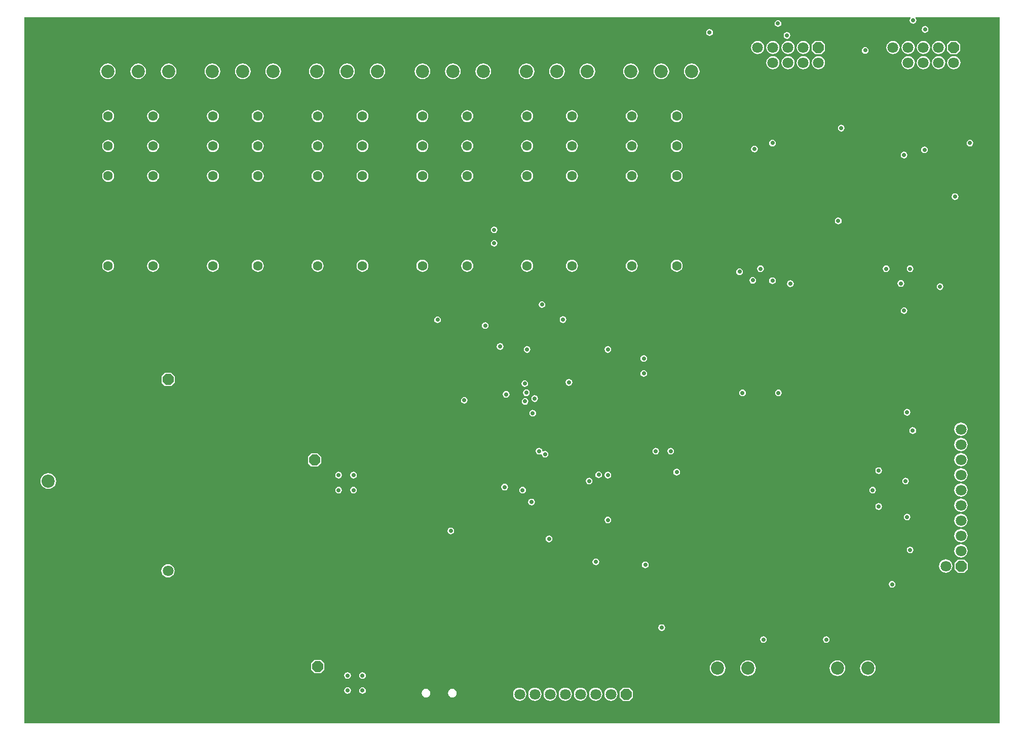
<source format=gbr>
%TF.GenerationSoftware,Altium Limited,Altium Designer,22.4.2 (48)*%
G04 Layer_Physical_Order=2*
G04 Layer_Color=36540*
%FSLAX45Y45*%
%MOMM*%
%TF.SameCoordinates,A0FECCF5-906F-4CEA-98AF-48209DEEDFB4*%
%TF.FilePolarity,Positive*%
%TF.FileFunction,Copper,L2,Inr,Signal*%
%TF.Part,Single*%
G01*
G75*
%TA.AperFunction,ComponentPad*%
%ADD37C,1.60000*%
%ADD38C,1.80000*%
G04:AMPARAMS|DCode=39|XSize=1.8mm|YSize=1.8mm|CornerRadius=0mm|HoleSize=0mm|Usage=FLASHONLY|Rotation=180.000|XOffset=0mm|YOffset=0mm|HoleType=Round|Shape=Octagon|*
%AMOCTAGOND39*
4,1,8,-0.90000,0.45000,-0.90000,-0.45000,-0.45000,-0.90000,0.45000,-0.90000,0.90000,-0.45000,0.90000,0.45000,0.45000,0.90000,-0.45000,0.90000,-0.90000,0.45000,0.0*
%
%ADD39OCTAGOND39*%

G04:AMPARAMS|DCode=40|XSize=1.8mm|YSize=1.8mm|CornerRadius=0mm|HoleSize=0mm|Usage=FLASHONLY|Rotation=90.000|XOffset=0mm|YOffset=0mm|HoleType=Round|Shape=Octagon|*
%AMOCTAGOND40*
4,1,8,0.45000,0.90000,-0.45000,0.90000,-0.90000,0.45000,-0.90000,-0.45000,-0.45000,-0.90000,0.45000,-0.90000,0.90000,-0.45000,0.90000,0.45000,0.45000,0.90000,0.0*
%
%ADD40OCTAGOND40*%

%ADD41C,2.20000*%
%TA.AperFunction,ViaPad*%
%ADD42C,7.00000*%
%ADD43C,0.70000*%
G36*
X16400000Y100000D02*
X100000D01*
Y11900000D01*
X14904713D01*
X14908775Y11887300D01*
X14898190Y11871460D01*
X14893922Y11850000D01*
X14898190Y11828540D01*
X14910347Y11810347D01*
X14928540Y11798191D01*
X14950000Y11793923D01*
X14971460Y11798191D01*
X14989653Y11810347D01*
X15001810Y11828540D01*
X15006078Y11850000D01*
X15001810Y11871460D01*
X14991225Y11887300D01*
X14995287Y11900000D01*
X16400000D01*
Y100000D01*
D02*
G37*
%LPC*%
G36*
X12692728Y11856077D02*
X12671268Y11851809D01*
X12653075Y11839653D01*
X12640919Y11821460D01*
X12636651Y11800000D01*
X12640919Y11778540D01*
X12653075Y11760347D01*
X12671268Y11748191D01*
X12692728Y11743923D01*
X12714188Y11748191D01*
X12732381Y11760347D01*
X12744537Y11778540D01*
X12748805Y11800000D01*
X12744537Y11821460D01*
X12732381Y11839653D01*
X12714188Y11851809D01*
X12692728Y11856077D01*
D02*
G37*
G36*
X15150000Y11756077D02*
X15128540Y11751809D01*
X15110347Y11739653D01*
X15098190Y11721460D01*
X15093922Y11700000D01*
X15098190Y11678540D01*
X15110347Y11660347D01*
X15128540Y11648191D01*
X15150000Y11643923D01*
X15171460Y11648191D01*
X15189653Y11660347D01*
X15201810Y11678540D01*
X15206078Y11700000D01*
X15201810Y11721460D01*
X15189653Y11739653D01*
X15171460Y11751809D01*
X15150000Y11756077D01*
D02*
G37*
G36*
X11550000Y11706077D02*
X11528540Y11701809D01*
X11510347Y11689653D01*
X11498191Y11671460D01*
X11493923Y11650000D01*
X11498191Y11628540D01*
X11510347Y11610347D01*
X11528540Y11598191D01*
X11550000Y11593923D01*
X11571460Y11598191D01*
X11589653Y11610347D01*
X11601809Y11628540D01*
X11606077Y11650000D01*
X11601809Y11671460D01*
X11589653Y11689653D01*
X11571460Y11701809D01*
X11550000Y11706077D01*
D02*
G37*
G36*
X12842686Y11656077D02*
X12821227Y11651809D01*
X12803033Y11639653D01*
X12790878Y11621460D01*
X12786609Y11600000D01*
X12790878Y11578540D01*
X12803033Y11560347D01*
X12821227Y11548191D01*
X12842686Y11543923D01*
X12864146Y11548191D01*
X12882339Y11560347D01*
X12894495Y11578540D01*
X12898764Y11600000D01*
X12894495Y11621460D01*
X12882339Y11639653D01*
X12864146Y11651809D01*
X12842686Y11656077D01*
D02*
G37*
G36*
X14150000Y11406077D02*
X14128540Y11401809D01*
X14110347Y11389653D01*
X14098190Y11371460D01*
X14093922Y11350000D01*
X14098190Y11328540D01*
X14110347Y11310347D01*
X14128540Y11298191D01*
X14150000Y11293923D01*
X14171460Y11298191D01*
X14189653Y11310347D01*
X14201810Y11328540D01*
X14206078Y11350000D01*
X14201810Y11371460D01*
X14189653Y11389653D01*
X14171460Y11401809D01*
X14150000Y11406077D01*
D02*
G37*
G36*
X15685626Y11507581D02*
X15575627D01*
X15520627Y11452581D01*
Y11342582D01*
X15575627Y11287582D01*
X15685626D01*
X15740627Y11342582D01*
Y11452581D01*
X15685626Y11507581D01*
D02*
G37*
G36*
X13423920D02*
X13313919D01*
X13258919Y11452581D01*
Y11342582D01*
X13313919Y11287582D01*
X13423920D01*
X13478918Y11342582D01*
Y11452581D01*
X13423920Y11507581D01*
D02*
G37*
G36*
X15376627Y11508530D02*
X15347911Y11504750D01*
X15321152Y11493666D01*
X15298174Y11476034D01*
X15280542Y11453056D01*
X15269458Y11426297D01*
X15265678Y11397581D01*
X15269458Y11368866D01*
X15280542Y11342107D01*
X15298174Y11319129D01*
X15321152Y11301497D01*
X15347911Y11290413D01*
X15376627Y11286632D01*
X15405342Y11290413D01*
X15432101Y11301497D01*
X15455080Y11319129D01*
X15472711Y11342107D01*
X15483795Y11368866D01*
X15487576Y11397581D01*
X15483795Y11426297D01*
X15472711Y11453056D01*
X15455080Y11476034D01*
X15432101Y11493666D01*
X15405342Y11504750D01*
X15376627Y11508530D01*
D02*
G37*
G36*
X15122627D02*
X15093912Y11504750D01*
X15067152Y11493666D01*
X15044174Y11476034D01*
X15026543Y11453056D01*
X15015459Y11426297D01*
X15011678Y11397581D01*
X15015459Y11368866D01*
X15026543Y11342107D01*
X15044174Y11319129D01*
X15067152Y11301497D01*
X15093912Y11290413D01*
X15122627Y11286632D01*
X15151341Y11290413D01*
X15178101Y11301497D01*
X15201079Y11319129D01*
X15218710Y11342107D01*
X15229794Y11368866D01*
X15233575Y11397581D01*
X15229794Y11426297D01*
X15218710Y11453056D01*
X15201079Y11476034D01*
X15178101Y11493666D01*
X15151341Y11504750D01*
X15122627Y11508530D01*
D02*
G37*
G36*
X14868626D02*
X14839911Y11504750D01*
X14813152Y11493666D01*
X14790173Y11476034D01*
X14772542Y11453056D01*
X14761458Y11426297D01*
X14757678Y11397581D01*
X14761458Y11368866D01*
X14772542Y11342107D01*
X14790173Y11319129D01*
X14813152Y11301497D01*
X14839911Y11290413D01*
X14868626Y11286632D01*
X14897342Y11290413D01*
X14924101Y11301497D01*
X14947079Y11319129D01*
X14964711Y11342107D01*
X14975795Y11368866D01*
X14979576Y11397581D01*
X14975795Y11426297D01*
X14964711Y11453056D01*
X14947079Y11476034D01*
X14924101Y11493666D01*
X14897342Y11504750D01*
X14868626Y11508530D01*
D02*
G37*
G36*
X14614627D02*
X14585912Y11504750D01*
X14559152Y11493666D01*
X14536174Y11476034D01*
X14518542Y11453056D01*
X14507458Y11426297D01*
X14503677Y11397581D01*
X14507458Y11368866D01*
X14518542Y11342107D01*
X14536174Y11319129D01*
X14559152Y11301497D01*
X14585912Y11290413D01*
X14614627Y11286632D01*
X14643343Y11290413D01*
X14670100Y11301497D01*
X14693079Y11319129D01*
X14710712Y11342107D01*
X14721796Y11368866D01*
X14725575Y11397581D01*
X14721796Y11426297D01*
X14710712Y11453056D01*
X14693079Y11476034D01*
X14670100Y11493666D01*
X14643343Y11504750D01*
X14614627Y11508530D01*
D02*
G37*
G36*
X13114919D02*
X13086203Y11504750D01*
X13059445Y11493666D01*
X13036465Y11476034D01*
X13018835Y11453056D01*
X13007751Y11426297D01*
X13003970Y11397581D01*
X13007751Y11368866D01*
X13018835Y11342107D01*
X13036465Y11319129D01*
X13059445Y11301497D01*
X13086203Y11290413D01*
X13114919Y11286632D01*
X13143636Y11290413D01*
X13170393Y11301497D01*
X13193372Y11319129D01*
X13211005Y11342107D01*
X13222089Y11368866D01*
X13225868Y11397581D01*
X13222089Y11426297D01*
X13211005Y11453056D01*
X13193372Y11476034D01*
X13170393Y11493666D01*
X13143636Y11504750D01*
X13114919Y11508530D01*
D02*
G37*
G36*
X12860919D02*
X12832204Y11504750D01*
X12805444Y11493666D01*
X12782466Y11476034D01*
X12764835Y11453056D01*
X12753751Y11426297D01*
X12749970Y11397581D01*
X12753751Y11368866D01*
X12764835Y11342107D01*
X12782466Y11319129D01*
X12805444Y11301497D01*
X12832204Y11290413D01*
X12860919Y11286632D01*
X12889635Y11290413D01*
X12916394Y11301497D01*
X12939372Y11319129D01*
X12957004Y11342107D01*
X12968088Y11368866D01*
X12971867Y11397581D01*
X12968088Y11426297D01*
X12957004Y11453056D01*
X12939372Y11476034D01*
X12916394Y11493666D01*
X12889635Y11504750D01*
X12860919Y11508530D01*
D02*
G37*
G36*
X12606919D02*
X12578203Y11504750D01*
X12551445Y11493666D01*
X12528466Y11476034D01*
X12510835Y11453056D01*
X12499751Y11426297D01*
X12495970Y11397581D01*
X12499751Y11368866D01*
X12510835Y11342107D01*
X12528466Y11319129D01*
X12551445Y11301497D01*
X12578203Y11290413D01*
X12606919Y11286632D01*
X12635635Y11290413D01*
X12662394Y11301497D01*
X12685372Y11319129D01*
X12703004Y11342107D01*
X12714088Y11368866D01*
X12717868Y11397581D01*
X12714088Y11426297D01*
X12703004Y11453056D01*
X12685372Y11476034D01*
X12662394Y11493666D01*
X12635635Y11504750D01*
X12606919Y11508530D01*
D02*
G37*
G36*
X12352919D02*
X12324203Y11504750D01*
X12297445Y11493666D01*
X12274466Y11476034D01*
X12256835Y11453056D01*
X12245751Y11426297D01*
X12241970Y11397581D01*
X12245751Y11368866D01*
X12256835Y11342107D01*
X12274466Y11319129D01*
X12297445Y11301497D01*
X12324203Y11290413D01*
X12352919Y11286632D01*
X12381635Y11290413D01*
X12408394Y11301497D01*
X12431372Y11319129D01*
X12449004Y11342107D01*
X12460088Y11368866D01*
X12463868Y11397581D01*
X12460088Y11426297D01*
X12449004Y11453056D01*
X12431372Y11476034D01*
X12408394Y11493666D01*
X12381635Y11504750D01*
X12352919Y11508530D01*
D02*
G37*
G36*
X15630627Y11254530D02*
X15601910Y11250750D01*
X15575153Y11239666D01*
X15552174Y11222034D01*
X15534541Y11199056D01*
X15523457Y11172297D01*
X15519678Y11143581D01*
X15523457Y11114866D01*
X15534541Y11088107D01*
X15552174Y11065129D01*
X15575153Y11047497D01*
X15601910Y11036413D01*
X15630627Y11032632D01*
X15659341Y11036413D01*
X15686101Y11047497D01*
X15709079Y11065129D01*
X15726711Y11088107D01*
X15737794Y11114866D01*
X15741576Y11143581D01*
X15737794Y11172297D01*
X15726711Y11199056D01*
X15709079Y11222034D01*
X15686101Y11239666D01*
X15659341Y11250750D01*
X15630627Y11254530D01*
D02*
G37*
G36*
X15376627D02*
X15347911Y11250750D01*
X15321152Y11239666D01*
X15298174Y11222034D01*
X15280542Y11199056D01*
X15269458Y11172297D01*
X15265678Y11143581D01*
X15269458Y11114866D01*
X15280542Y11088107D01*
X15298174Y11065129D01*
X15321152Y11047497D01*
X15347911Y11036413D01*
X15376627Y11032632D01*
X15405342Y11036413D01*
X15432101Y11047497D01*
X15455080Y11065129D01*
X15472711Y11088107D01*
X15483795Y11114866D01*
X15487576Y11143581D01*
X15483795Y11172297D01*
X15472711Y11199056D01*
X15455080Y11222034D01*
X15432101Y11239666D01*
X15405342Y11250750D01*
X15376627Y11254530D01*
D02*
G37*
G36*
X15122627D02*
X15093912Y11250750D01*
X15067152Y11239666D01*
X15044174Y11222034D01*
X15026543Y11199056D01*
X15015459Y11172297D01*
X15011678Y11143581D01*
X15015459Y11114866D01*
X15026543Y11088107D01*
X15044174Y11065129D01*
X15067152Y11047497D01*
X15093912Y11036413D01*
X15122627Y11032632D01*
X15151341Y11036413D01*
X15178101Y11047497D01*
X15201079Y11065129D01*
X15218710Y11088107D01*
X15229794Y11114866D01*
X15233575Y11143581D01*
X15229794Y11172297D01*
X15218710Y11199056D01*
X15201079Y11222034D01*
X15178101Y11239666D01*
X15151341Y11250750D01*
X15122627Y11254530D01*
D02*
G37*
G36*
X14868626D02*
X14839911Y11250750D01*
X14813152Y11239666D01*
X14790173Y11222034D01*
X14772542Y11199056D01*
X14761458Y11172297D01*
X14757678Y11143581D01*
X14761458Y11114866D01*
X14772542Y11088107D01*
X14790173Y11065129D01*
X14813152Y11047497D01*
X14839911Y11036413D01*
X14868626Y11032632D01*
X14897342Y11036413D01*
X14924101Y11047497D01*
X14947079Y11065129D01*
X14964711Y11088107D01*
X14975795Y11114866D01*
X14979576Y11143581D01*
X14975795Y11172297D01*
X14964711Y11199056D01*
X14947079Y11222034D01*
X14924101Y11239666D01*
X14897342Y11250750D01*
X14868626Y11254530D01*
D02*
G37*
G36*
X13368919D02*
X13340202Y11250750D01*
X13313445Y11239666D01*
X13290466Y11222034D01*
X13272835Y11199056D01*
X13261751Y11172297D01*
X13257970Y11143581D01*
X13261751Y11114866D01*
X13272835Y11088107D01*
X13290466Y11065129D01*
X13313445Y11047497D01*
X13340202Y11036413D01*
X13368919Y11032632D01*
X13397635Y11036413D01*
X13424394Y11047497D01*
X13447372Y11065129D01*
X13465004Y11088107D01*
X13476088Y11114866D01*
X13479868Y11143581D01*
X13476088Y11172297D01*
X13465004Y11199056D01*
X13447372Y11222034D01*
X13424394Y11239666D01*
X13397635Y11250750D01*
X13368919Y11254530D01*
D02*
G37*
G36*
X13114919D02*
X13086203Y11250750D01*
X13059445Y11239666D01*
X13036465Y11222034D01*
X13018835Y11199056D01*
X13007751Y11172297D01*
X13003970Y11143581D01*
X13007751Y11114866D01*
X13018835Y11088107D01*
X13036465Y11065129D01*
X13059445Y11047497D01*
X13086203Y11036413D01*
X13114919Y11032632D01*
X13143636Y11036413D01*
X13170393Y11047497D01*
X13193372Y11065129D01*
X13211005Y11088107D01*
X13222089Y11114866D01*
X13225868Y11143581D01*
X13222089Y11172297D01*
X13211005Y11199056D01*
X13193372Y11222034D01*
X13170393Y11239666D01*
X13143636Y11250750D01*
X13114919Y11254530D01*
D02*
G37*
G36*
X12860919D02*
X12832204Y11250750D01*
X12805444Y11239666D01*
X12782466Y11222034D01*
X12764835Y11199056D01*
X12753751Y11172297D01*
X12749970Y11143581D01*
X12753751Y11114866D01*
X12764835Y11088107D01*
X12782466Y11065129D01*
X12805444Y11047497D01*
X12832204Y11036413D01*
X12860919Y11032632D01*
X12889635Y11036413D01*
X12916394Y11047497D01*
X12939372Y11065129D01*
X12957004Y11088107D01*
X12968088Y11114866D01*
X12971867Y11143581D01*
X12968088Y11172297D01*
X12957004Y11199056D01*
X12939372Y11222034D01*
X12916394Y11239666D01*
X12889635Y11250750D01*
X12860919Y11254530D01*
D02*
G37*
G36*
X12606919D02*
X12578203Y11250750D01*
X12551445Y11239666D01*
X12528466Y11222034D01*
X12510835Y11199056D01*
X12499751Y11172297D01*
X12495970Y11143581D01*
X12499751Y11114866D01*
X12510835Y11088107D01*
X12528466Y11065129D01*
X12551445Y11047497D01*
X12578203Y11036413D01*
X12606919Y11032632D01*
X12635635Y11036413D01*
X12662394Y11047497D01*
X12685372Y11065129D01*
X12703004Y11088107D01*
X12714088Y11114866D01*
X12717868Y11143581D01*
X12714088Y11172297D01*
X12703004Y11199056D01*
X12685372Y11222034D01*
X12662394Y11239666D01*
X12635635Y11250750D01*
X12606919Y11254530D01*
D02*
G37*
G36*
X11249999Y11131122D02*
X11216063Y11126654D01*
X11184438Y11113555D01*
X11157282Y11092717D01*
X11136445Y11065561D01*
X11123346Y11033937D01*
X11118878Y11000000D01*
X11123346Y10966063D01*
X11136445Y10934439D01*
X11157282Y10907283D01*
X11184438Y10886445D01*
X11216063Y10873346D01*
X11249999Y10868878D01*
X11283936Y10873346D01*
X11315560Y10886445D01*
X11342716Y10907283D01*
X11363554Y10934439D01*
X11376653Y10966063D01*
X11381121Y11000000D01*
X11376653Y11033937D01*
X11363554Y11065561D01*
X11342716Y11092717D01*
X11315560Y11113555D01*
X11283936Y11126654D01*
X11249999Y11131122D01*
D02*
G37*
G36*
X10741999D02*
X10708063Y11126654D01*
X10676438Y11113555D01*
X10649282Y11092717D01*
X10628445Y11065561D01*
X10615346Y11033937D01*
X10610878Y11000000D01*
X10615346Y10966063D01*
X10628445Y10934439D01*
X10649282Y10907283D01*
X10676438Y10886445D01*
X10708063Y10873346D01*
X10741999Y10868878D01*
X10775936Y10873346D01*
X10807560Y10886445D01*
X10834716Y10907283D01*
X10855554Y10934439D01*
X10868653Y10966063D01*
X10873121Y11000000D01*
X10868653Y11033937D01*
X10855554Y11065561D01*
X10834716Y11092717D01*
X10807560Y11113555D01*
X10775936Y11126654D01*
X10741999Y11131122D01*
D02*
G37*
G36*
X10233999D02*
X10200063Y11126654D01*
X10168438Y11113555D01*
X10141282Y11092717D01*
X10120445Y11065561D01*
X10107346Y11033937D01*
X10102878Y11000000D01*
X10107346Y10966063D01*
X10120445Y10934439D01*
X10141282Y10907283D01*
X10168438Y10886445D01*
X10200063Y10873346D01*
X10233999Y10868878D01*
X10267936Y10873346D01*
X10299560Y10886445D01*
X10326716Y10907283D01*
X10347554Y10934439D01*
X10360653Y10966063D01*
X10365121Y11000000D01*
X10360653Y11033937D01*
X10347554Y11065561D01*
X10326716Y11092717D01*
X10299560Y11113555D01*
X10267936Y11126654D01*
X10233999Y11131122D01*
D02*
G37*
G36*
X9507999D02*
X9474063Y11126654D01*
X9442438Y11113555D01*
X9415282Y11092717D01*
X9394445Y11065561D01*
X9381345Y11033937D01*
X9376878Y11000000D01*
X9381345Y10966063D01*
X9394445Y10934439D01*
X9415282Y10907283D01*
X9442438Y10886445D01*
X9474063Y10873346D01*
X9507999Y10868878D01*
X9541936Y10873346D01*
X9573560Y10886445D01*
X9600716Y10907283D01*
X9621554Y10934439D01*
X9634653Y10966063D01*
X9639121Y11000000D01*
X9634653Y11033937D01*
X9621554Y11065561D01*
X9600716Y11092717D01*
X9573560Y11113555D01*
X9541936Y11126654D01*
X9507999Y11131122D01*
D02*
G37*
G36*
X8999999D02*
X8966063Y11126654D01*
X8934438Y11113555D01*
X8907282Y11092717D01*
X8886445Y11065561D01*
X8873345Y11033937D01*
X8868878Y11000000D01*
X8873345Y10966063D01*
X8886445Y10934439D01*
X8907282Y10907283D01*
X8934438Y10886445D01*
X8966063Y10873346D01*
X8999999Y10868878D01*
X9033936Y10873346D01*
X9065560Y10886445D01*
X9092716Y10907283D01*
X9113554Y10934439D01*
X9126653Y10966063D01*
X9131121Y11000000D01*
X9126653Y11033937D01*
X9113554Y11065561D01*
X9092716Y11092717D01*
X9065560Y11113555D01*
X9033936Y11126654D01*
X8999999Y11131122D01*
D02*
G37*
G36*
X8491999D02*
X8458063Y11126654D01*
X8426438Y11113555D01*
X8399282Y11092717D01*
X8378445Y11065561D01*
X8365345Y11033937D01*
X8360878Y11000000D01*
X8365345Y10966063D01*
X8378445Y10934439D01*
X8399282Y10907283D01*
X8426438Y10886445D01*
X8458063Y10873346D01*
X8491999Y10868878D01*
X8525936Y10873346D01*
X8557560Y10886445D01*
X8584716Y10907283D01*
X8605554Y10934439D01*
X8618653Y10966063D01*
X8623121Y11000000D01*
X8618653Y11033937D01*
X8605554Y11065561D01*
X8584716Y11092717D01*
X8557560Y11113555D01*
X8525936Y11126654D01*
X8491999Y11131122D01*
D02*
G37*
G36*
X7765999D02*
X7732063Y11126654D01*
X7700439Y11113555D01*
X7673282Y11092717D01*
X7652445Y11065561D01*
X7639346Y11033937D01*
X7634878Y11000000D01*
X7639346Y10966063D01*
X7652445Y10934439D01*
X7673282Y10907283D01*
X7700439Y10886445D01*
X7732063Y10873346D01*
X7765999Y10868878D01*
X7799936Y10873346D01*
X7831560Y10886445D01*
X7858717Y10907283D01*
X7879554Y10934439D01*
X7892653Y10966063D01*
X7897121Y11000000D01*
X7892653Y11033937D01*
X7879554Y11065561D01*
X7858717Y11092717D01*
X7831560Y11113555D01*
X7799936Y11126654D01*
X7765999Y11131122D01*
D02*
G37*
G36*
X7257999D02*
X7224063Y11126654D01*
X7192439Y11113555D01*
X7165282Y11092717D01*
X7144445Y11065561D01*
X7131346Y11033937D01*
X7126878Y11000000D01*
X7131346Y10966063D01*
X7144445Y10934439D01*
X7165282Y10907283D01*
X7192439Y10886445D01*
X7224063Y10873346D01*
X7257999Y10868878D01*
X7291936Y10873346D01*
X7323560Y10886445D01*
X7350717Y10907283D01*
X7371554Y10934439D01*
X7384653Y10966063D01*
X7389121Y11000000D01*
X7384653Y11033937D01*
X7371554Y11065561D01*
X7350717Y11092717D01*
X7323560Y11113555D01*
X7291936Y11126654D01*
X7257999Y11131122D01*
D02*
G37*
G36*
X6749999D02*
X6716063Y11126654D01*
X6684439Y11113555D01*
X6657282Y11092717D01*
X6636445Y11065561D01*
X6623346Y11033937D01*
X6618878Y11000000D01*
X6623346Y10966063D01*
X6636445Y10934439D01*
X6657282Y10907283D01*
X6684439Y10886445D01*
X6716063Y10873346D01*
X6749999Y10868878D01*
X6783936Y10873346D01*
X6815560Y10886445D01*
X6842717Y10907283D01*
X6863554Y10934439D01*
X6876653Y10966063D01*
X6881121Y11000000D01*
X6876653Y11033937D01*
X6863554Y11065561D01*
X6842717Y11092717D01*
X6815560Y11113555D01*
X6783936Y11126654D01*
X6749999Y11131122D01*
D02*
G37*
G36*
X5999999D02*
X5966063Y11126654D01*
X5934439Y11113555D01*
X5907282Y11092717D01*
X5886445Y11065561D01*
X5873346Y11033937D01*
X5868878Y11000000D01*
X5873346Y10966063D01*
X5886445Y10934439D01*
X5907282Y10907283D01*
X5934439Y10886445D01*
X5966063Y10873346D01*
X5999999Y10868878D01*
X6033936Y10873346D01*
X6065560Y10886445D01*
X6092717Y10907283D01*
X6113554Y10934439D01*
X6126653Y10966063D01*
X6131121Y11000000D01*
X6126653Y11033937D01*
X6113554Y11065561D01*
X6092717Y11092717D01*
X6065560Y11113555D01*
X6033936Y11126654D01*
X5999999Y11131122D01*
D02*
G37*
G36*
X5491999D02*
X5458063Y11126654D01*
X5426439Y11113555D01*
X5399282Y11092717D01*
X5378445Y11065561D01*
X5365346Y11033937D01*
X5360878Y11000000D01*
X5365346Y10966063D01*
X5378445Y10934439D01*
X5399282Y10907283D01*
X5426439Y10886445D01*
X5458063Y10873346D01*
X5491999Y10868878D01*
X5525936Y10873346D01*
X5557560Y10886445D01*
X5584717Y10907283D01*
X5605554Y10934439D01*
X5618653Y10966063D01*
X5623121Y11000000D01*
X5618653Y11033937D01*
X5605554Y11065561D01*
X5584717Y11092717D01*
X5557560Y11113555D01*
X5525936Y11126654D01*
X5491999Y11131122D01*
D02*
G37*
G36*
X4983999D02*
X4950063Y11126654D01*
X4918439Y11113555D01*
X4891282Y11092717D01*
X4870445Y11065561D01*
X4857346Y11033937D01*
X4852878Y11000000D01*
X4857346Y10966063D01*
X4870445Y10934439D01*
X4891282Y10907283D01*
X4918439Y10886445D01*
X4950063Y10873346D01*
X4983999Y10868878D01*
X5017936Y10873346D01*
X5049560Y10886445D01*
X5076717Y10907283D01*
X5097554Y10934439D01*
X5110653Y10966063D01*
X5115121Y11000000D01*
X5110653Y11033937D01*
X5097554Y11065561D01*
X5076717Y11092717D01*
X5049560Y11113555D01*
X5017936Y11126654D01*
X4983999Y11131122D01*
D02*
G37*
G36*
X4258000D02*
X4224063Y11126654D01*
X4192439Y11113555D01*
X4165283Y11092717D01*
X4144445Y11065561D01*
X4131346Y11033937D01*
X4126878Y11000000D01*
X4131346Y10966063D01*
X4144445Y10934439D01*
X4165283Y10907283D01*
X4192439Y10886445D01*
X4224063Y10873346D01*
X4258000Y10868878D01*
X4291937Y10873346D01*
X4323561Y10886445D01*
X4350717Y10907283D01*
X4371555Y10934439D01*
X4384654Y10966063D01*
X4389122Y11000000D01*
X4384654Y11033937D01*
X4371555Y11065561D01*
X4350717Y11092717D01*
X4323561Y11113555D01*
X4291937Y11126654D01*
X4258000Y11131122D01*
D02*
G37*
G36*
X3750000D02*
X3716063Y11126654D01*
X3684439Y11113555D01*
X3657283Y11092717D01*
X3636445Y11065561D01*
X3623346Y11033937D01*
X3618878Y11000000D01*
X3623346Y10966063D01*
X3636445Y10934439D01*
X3657283Y10907283D01*
X3684439Y10886445D01*
X3716063Y10873346D01*
X3750000Y10868878D01*
X3783937Y10873346D01*
X3815561Y10886445D01*
X3842717Y10907283D01*
X3863555Y10934439D01*
X3876654Y10966063D01*
X3881122Y11000000D01*
X3876654Y11033937D01*
X3863555Y11065561D01*
X3842717Y11092717D01*
X3815561Y11113555D01*
X3783937Y11126654D01*
X3750000Y11131122D01*
D02*
G37*
G36*
X3242000D02*
X3208063Y11126654D01*
X3176439Y11113555D01*
X3149283Y11092717D01*
X3128445Y11065561D01*
X3115346Y11033937D01*
X3110878Y11000000D01*
X3115346Y10966063D01*
X3128445Y10934439D01*
X3149283Y10907283D01*
X3176439Y10886445D01*
X3208063Y10873346D01*
X3242000Y10868878D01*
X3275937Y10873346D01*
X3307561Y10886445D01*
X3334717Y10907283D01*
X3355555Y10934439D01*
X3368654Y10966063D01*
X3373122Y11000000D01*
X3368654Y11033937D01*
X3355555Y11065561D01*
X3334717Y11092717D01*
X3307561Y11113555D01*
X3275937Y11126654D01*
X3242000Y11131122D01*
D02*
G37*
G36*
X2508000D02*
X2474063Y11126654D01*
X2442439Y11113555D01*
X2415283Y11092717D01*
X2394445Y11065561D01*
X2381346Y11033937D01*
X2376878Y11000000D01*
X2381346Y10966063D01*
X2394445Y10934439D01*
X2415283Y10907283D01*
X2442439Y10886445D01*
X2474063Y10873346D01*
X2508000Y10868878D01*
X2541936Y10873346D01*
X2573561Y10886445D01*
X2600717Y10907283D01*
X2621555Y10934439D01*
X2634654Y10966063D01*
X2639121Y11000000D01*
X2634654Y11033937D01*
X2621555Y11065561D01*
X2600717Y11092717D01*
X2573561Y11113555D01*
X2541936Y11126654D01*
X2508000Y11131122D01*
D02*
G37*
G36*
X2000000D02*
X1966063Y11126654D01*
X1934439Y11113555D01*
X1907283Y11092717D01*
X1886445Y11065561D01*
X1873346Y11033937D01*
X1868878Y11000000D01*
X1873346Y10966063D01*
X1886445Y10934439D01*
X1907283Y10907283D01*
X1934439Y10886445D01*
X1966063Y10873346D01*
X2000000Y10868878D01*
X2033936Y10873346D01*
X2065561Y10886445D01*
X2092717Y10907283D01*
X2113555Y10934439D01*
X2126654Y10966063D01*
X2131121Y11000000D01*
X2126654Y11033937D01*
X2113555Y11065561D01*
X2092717Y11092717D01*
X2065561Y11113555D01*
X2033936Y11126654D01*
X2000000Y11131122D01*
D02*
G37*
G36*
X1492000D02*
X1458063Y11126654D01*
X1426439Y11113555D01*
X1399283Y11092717D01*
X1378445Y11065561D01*
X1365346Y11033937D01*
X1360878Y11000000D01*
X1365346Y10966063D01*
X1378445Y10934439D01*
X1399283Y10907283D01*
X1426439Y10886445D01*
X1458063Y10873346D01*
X1492000Y10868878D01*
X1525936Y10873346D01*
X1557561Y10886445D01*
X1584717Y10907283D01*
X1605555Y10934439D01*
X1618654Y10966063D01*
X1623121Y11000000D01*
X1618654Y11033937D01*
X1605555Y11065561D01*
X1584717Y11092717D01*
X1557561Y11113555D01*
X1525936Y11126654D01*
X1492000Y11131122D01*
D02*
G37*
G36*
X11000000Y10350863D02*
X10973895Y10347426D01*
X10949569Y10337350D01*
X10928679Y10321321D01*
X10912651Y10300432D01*
X10902574Y10276105D01*
X10899137Y10250000D01*
X10902574Y10223895D01*
X10912651Y10199569D01*
X10928679Y10178679D01*
X10949569Y10162650D01*
X10973895Y10152574D01*
X11000000Y10149137D01*
X11026105Y10152574D01*
X11050432Y10162650D01*
X11071321Y10178679D01*
X11087350Y10199569D01*
X11097426Y10223895D01*
X11100863Y10250000D01*
X11097426Y10276105D01*
X11087350Y10300432D01*
X11071321Y10321321D01*
X11050432Y10337350D01*
X11026105Y10347426D01*
X11000000Y10350863D01*
D02*
G37*
G36*
X10250000D02*
X10223895Y10347426D01*
X10199569Y10337350D01*
X10178679Y10321321D01*
X10162650Y10300432D01*
X10152574Y10276105D01*
X10149137Y10250000D01*
X10152574Y10223895D01*
X10162650Y10199569D01*
X10178679Y10178679D01*
X10199569Y10162650D01*
X10223895Y10152574D01*
X10250000Y10149137D01*
X10276105Y10152574D01*
X10300432Y10162650D01*
X10321321Y10178679D01*
X10337350Y10199569D01*
X10347426Y10223895D01*
X10350863Y10250000D01*
X10347426Y10276105D01*
X10337350Y10300432D01*
X10321321Y10321321D01*
X10300432Y10337350D01*
X10276105Y10347426D01*
X10250000Y10350863D01*
D02*
G37*
G36*
X9250000D02*
X9223895Y10347426D01*
X9199569Y10337350D01*
X9178679Y10321321D01*
X9162650Y10300432D01*
X9152574Y10276105D01*
X9149137Y10250000D01*
X9152574Y10223895D01*
X9162650Y10199569D01*
X9178679Y10178679D01*
X9199569Y10162650D01*
X9223895Y10152574D01*
X9250000Y10149137D01*
X9276105Y10152574D01*
X9300431Y10162650D01*
X9321321Y10178679D01*
X9337350Y10199569D01*
X9347426Y10223895D01*
X9350863Y10250000D01*
X9347426Y10276105D01*
X9337350Y10300432D01*
X9321321Y10321321D01*
X9300431Y10337350D01*
X9276105Y10347426D01*
X9250000Y10350863D01*
D02*
G37*
G36*
X8500000D02*
X8473895Y10347426D01*
X8449569Y10337350D01*
X8428679Y10321321D01*
X8412650Y10300432D01*
X8402574Y10276105D01*
X8399137Y10250000D01*
X8402574Y10223895D01*
X8412650Y10199569D01*
X8428679Y10178679D01*
X8449569Y10162650D01*
X8473895Y10152574D01*
X8500000Y10149137D01*
X8526105Y10152574D01*
X8550431Y10162650D01*
X8571321Y10178679D01*
X8587350Y10199569D01*
X8597426Y10223895D01*
X8600863Y10250000D01*
X8597426Y10276105D01*
X8587350Y10300432D01*
X8571321Y10321321D01*
X8550431Y10337350D01*
X8526105Y10347426D01*
X8500000Y10350863D01*
D02*
G37*
G36*
X7500000D02*
X7473895Y10347426D01*
X7449569Y10337350D01*
X7428679Y10321321D01*
X7412650Y10300432D01*
X7402574Y10276105D01*
X7399137Y10250000D01*
X7402574Y10223895D01*
X7412650Y10199569D01*
X7428679Y10178679D01*
X7449569Y10162650D01*
X7473895Y10152574D01*
X7500000Y10149137D01*
X7526105Y10152574D01*
X7550431Y10162650D01*
X7571321Y10178679D01*
X7587350Y10199569D01*
X7597426Y10223895D01*
X7600863Y10250000D01*
X7597426Y10276105D01*
X7587350Y10300432D01*
X7571321Y10321321D01*
X7550431Y10337350D01*
X7526105Y10347426D01*
X7500000Y10350863D01*
D02*
G37*
G36*
X6750000D02*
X6723895Y10347426D01*
X6699569Y10337350D01*
X6678679Y10321321D01*
X6662650Y10300432D01*
X6652574Y10276105D01*
X6649137Y10250000D01*
X6652574Y10223895D01*
X6662650Y10199569D01*
X6678679Y10178679D01*
X6699569Y10162650D01*
X6723895Y10152574D01*
X6750000Y10149137D01*
X6776105Y10152574D01*
X6800431Y10162650D01*
X6821321Y10178679D01*
X6837350Y10199569D01*
X6847426Y10223895D01*
X6850863Y10250000D01*
X6847426Y10276105D01*
X6837350Y10300432D01*
X6821321Y10321321D01*
X6800431Y10337350D01*
X6776105Y10347426D01*
X6750000Y10350863D01*
D02*
G37*
G36*
X5750000D02*
X5723895Y10347426D01*
X5699568Y10337350D01*
X5678679Y10321321D01*
X5662650Y10300432D01*
X5652574Y10276105D01*
X5649137Y10250000D01*
X5652574Y10223895D01*
X5662650Y10199569D01*
X5678679Y10178679D01*
X5699568Y10162650D01*
X5723895Y10152574D01*
X5750000Y10149137D01*
X5776105Y10152574D01*
X5800431Y10162650D01*
X5821321Y10178679D01*
X5837350Y10199569D01*
X5847426Y10223895D01*
X5850863Y10250000D01*
X5847426Y10276105D01*
X5837350Y10300432D01*
X5821321Y10321321D01*
X5800431Y10337350D01*
X5776105Y10347426D01*
X5750000Y10350863D01*
D02*
G37*
G36*
X5000000D02*
X4973895Y10347426D01*
X4949568Y10337350D01*
X4928679Y10321321D01*
X4912650Y10300432D01*
X4902574Y10276105D01*
X4899137Y10250000D01*
X4902574Y10223895D01*
X4912650Y10199569D01*
X4928679Y10178679D01*
X4949568Y10162650D01*
X4973895Y10152574D01*
X5000000Y10149137D01*
X5026105Y10152574D01*
X5050431Y10162650D01*
X5071321Y10178679D01*
X5087349Y10199569D01*
X5097426Y10223895D01*
X5100863Y10250000D01*
X5097426Y10276105D01*
X5087349Y10300432D01*
X5071321Y10321321D01*
X5050431Y10337350D01*
X5026105Y10347426D01*
X5000000Y10350863D01*
D02*
G37*
G36*
X4000000D02*
X3973895Y10347426D01*
X3949568Y10337350D01*
X3928679Y10321321D01*
X3912650Y10300432D01*
X3902574Y10276105D01*
X3899137Y10250000D01*
X3902574Y10223895D01*
X3912650Y10199569D01*
X3928679Y10178679D01*
X3949568Y10162650D01*
X3973895Y10152574D01*
X4000000Y10149137D01*
X4026105Y10152574D01*
X4050431Y10162650D01*
X4071321Y10178679D01*
X4087349Y10199569D01*
X4097426Y10223895D01*
X4100863Y10250000D01*
X4097426Y10276105D01*
X4087349Y10300432D01*
X4071321Y10321321D01*
X4050431Y10337350D01*
X4026105Y10347426D01*
X4000000Y10350863D01*
D02*
G37*
G36*
X3250000D02*
X3223895Y10347426D01*
X3199568Y10337350D01*
X3178679Y10321321D01*
X3162650Y10300432D01*
X3152574Y10276105D01*
X3149137Y10250000D01*
X3152574Y10223895D01*
X3162650Y10199569D01*
X3178679Y10178679D01*
X3199568Y10162650D01*
X3223895Y10152574D01*
X3250000Y10149137D01*
X3276105Y10152574D01*
X3300431Y10162650D01*
X3321321Y10178679D01*
X3337349Y10199569D01*
X3347426Y10223895D01*
X3350862Y10250000D01*
X3347426Y10276105D01*
X3337349Y10300432D01*
X3321321Y10321321D01*
X3300431Y10337350D01*
X3276105Y10347426D01*
X3250000Y10350863D01*
D02*
G37*
G36*
X2250000D02*
X2223895Y10347426D01*
X2199569Y10337350D01*
X2178679Y10321321D01*
X2162650Y10300432D01*
X2152574Y10276105D01*
X2149137Y10250000D01*
X2152574Y10223895D01*
X2162650Y10199569D01*
X2178679Y10178679D01*
X2199569Y10162650D01*
X2223895Y10152574D01*
X2250000Y10149137D01*
X2276105Y10152574D01*
X2300431Y10162650D01*
X2321321Y10178679D01*
X2337350Y10199569D01*
X2347426Y10223895D01*
X2350863Y10250000D01*
X2347426Y10276105D01*
X2337350Y10300432D01*
X2321321Y10321321D01*
X2300431Y10337350D01*
X2276105Y10347426D01*
X2250000Y10350863D01*
D02*
G37*
G36*
X1500000D02*
X1473895Y10347426D01*
X1449569Y10337350D01*
X1428679Y10321321D01*
X1412650Y10300432D01*
X1402574Y10276105D01*
X1399137Y10250000D01*
X1402574Y10223895D01*
X1412650Y10199569D01*
X1428679Y10178679D01*
X1449569Y10162650D01*
X1473895Y10152574D01*
X1500000Y10149137D01*
X1526105Y10152574D01*
X1550431Y10162650D01*
X1571321Y10178679D01*
X1587350Y10199569D01*
X1597426Y10223895D01*
X1600863Y10250000D01*
X1597426Y10276105D01*
X1587350Y10300432D01*
X1571321Y10321321D01*
X1550431Y10337350D01*
X1526105Y10347426D01*
X1500000Y10350863D01*
D02*
G37*
G36*
X13750000Y10106077D02*
X13728540Y10101809D01*
X13710347Y10089653D01*
X13698190Y10071460D01*
X13693922Y10050000D01*
X13698190Y10028540D01*
X13710347Y10010347D01*
X13728540Y9998191D01*
X13750000Y9993923D01*
X13771460Y9998191D01*
X13789653Y10010347D01*
X13801810Y10028540D01*
X13806078Y10050000D01*
X13801810Y10071460D01*
X13789653Y10089653D01*
X13771460Y10101809D01*
X13750000Y10106077D01*
D02*
G37*
G36*
X15900000Y9856077D02*
X15878540Y9851809D01*
X15860347Y9839653D01*
X15848190Y9821460D01*
X15843922Y9800000D01*
X15848190Y9778540D01*
X15860347Y9760347D01*
X15878540Y9748191D01*
X15900000Y9743923D01*
X15921460Y9748191D01*
X15939653Y9760347D01*
X15951810Y9778540D01*
X15956078Y9800000D01*
X15951810Y9821460D01*
X15939653Y9839653D01*
X15921460Y9851809D01*
X15900000Y9856077D01*
D02*
G37*
G36*
X12600000D02*
X12578540Y9851809D01*
X12560347Y9839653D01*
X12548191Y9821460D01*
X12543923Y9800000D01*
X12548191Y9778540D01*
X12560347Y9760347D01*
X12578540Y9748191D01*
X12600000Y9743923D01*
X12621460Y9748191D01*
X12639653Y9760347D01*
X12651809Y9778540D01*
X12656077Y9800000D01*
X12651809Y9821460D01*
X12639653Y9839653D01*
X12621460Y9851809D01*
X12600000Y9856077D01*
D02*
G37*
G36*
X11000000Y9850863D02*
X10973895Y9847426D01*
X10949569Y9837350D01*
X10928679Y9821321D01*
X10912651Y9800432D01*
X10902574Y9776105D01*
X10899137Y9750000D01*
X10902574Y9723895D01*
X10912651Y9699569D01*
X10928679Y9678679D01*
X10949569Y9662650D01*
X10973895Y9652574D01*
X11000000Y9649137D01*
X11026105Y9652574D01*
X11050432Y9662650D01*
X11071321Y9678679D01*
X11087350Y9699569D01*
X11097426Y9723895D01*
X11100863Y9750000D01*
X11097426Y9776105D01*
X11087350Y9800432D01*
X11071321Y9821321D01*
X11050432Y9837350D01*
X11026105Y9847426D01*
X11000000Y9850863D01*
D02*
G37*
G36*
X10250000D02*
X10223895Y9847426D01*
X10199569Y9837350D01*
X10178679Y9821321D01*
X10162650Y9800432D01*
X10152574Y9776105D01*
X10149137Y9750000D01*
X10152574Y9723895D01*
X10162650Y9699569D01*
X10178679Y9678679D01*
X10199569Y9662650D01*
X10223895Y9652574D01*
X10250000Y9649137D01*
X10276105Y9652574D01*
X10300432Y9662650D01*
X10321321Y9678679D01*
X10337350Y9699569D01*
X10347426Y9723895D01*
X10350863Y9750000D01*
X10347426Y9776105D01*
X10337350Y9800432D01*
X10321321Y9821321D01*
X10300432Y9837350D01*
X10276105Y9847426D01*
X10250000Y9850863D01*
D02*
G37*
G36*
X9250000D02*
X9223895Y9847426D01*
X9199569Y9837350D01*
X9178679Y9821321D01*
X9162650Y9800432D01*
X9152574Y9776105D01*
X9149137Y9750000D01*
X9152574Y9723895D01*
X9162650Y9699569D01*
X9178679Y9678679D01*
X9199569Y9662650D01*
X9223895Y9652574D01*
X9250000Y9649137D01*
X9276105Y9652574D01*
X9300431Y9662650D01*
X9321321Y9678679D01*
X9337350Y9699569D01*
X9347426Y9723895D01*
X9350863Y9750000D01*
X9347426Y9776105D01*
X9337350Y9800432D01*
X9321321Y9821321D01*
X9300431Y9837350D01*
X9276105Y9847426D01*
X9250000Y9850863D01*
D02*
G37*
G36*
X8500000D02*
X8473895Y9847426D01*
X8449569Y9837350D01*
X8428679Y9821321D01*
X8412650Y9800432D01*
X8402574Y9776105D01*
X8399137Y9750000D01*
X8402574Y9723895D01*
X8412650Y9699569D01*
X8428679Y9678679D01*
X8449569Y9662650D01*
X8473895Y9652574D01*
X8500000Y9649137D01*
X8526105Y9652574D01*
X8550431Y9662650D01*
X8571321Y9678679D01*
X8587350Y9699569D01*
X8597426Y9723895D01*
X8600863Y9750000D01*
X8597426Y9776105D01*
X8587350Y9800432D01*
X8571321Y9821321D01*
X8550431Y9837350D01*
X8526105Y9847426D01*
X8500000Y9850863D01*
D02*
G37*
G36*
X7500000D02*
X7473895Y9847426D01*
X7449569Y9837350D01*
X7428679Y9821321D01*
X7412650Y9800432D01*
X7402574Y9776105D01*
X7399137Y9750000D01*
X7402574Y9723895D01*
X7412650Y9699569D01*
X7428679Y9678679D01*
X7449569Y9662650D01*
X7473895Y9652574D01*
X7500000Y9649137D01*
X7526105Y9652574D01*
X7550431Y9662650D01*
X7571321Y9678679D01*
X7587350Y9699569D01*
X7597426Y9723895D01*
X7600863Y9750000D01*
X7597426Y9776105D01*
X7587350Y9800432D01*
X7571321Y9821321D01*
X7550431Y9837350D01*
X7526105Y9847426D01*
X7500000Y9850863D01*
D02*
G37*
G36*
X6750000D02*
X6723895Y9847426D01*
X6699569Y9837350D01*
X6678679Y9821321D01*
X6662650Y9800432D01*
X6652574Y9776105D01*
X6649137Y9750000D01*
X6652574Y9723895D01*
X6662650Y9699569D01*
X6678679Y9678679D01*
X6699569Y9662650D01*
X6723895Y9652574D01*
X6750000Y9649137D01*
X6776105Y9652574D01*
X6800431Y9662650D01*
X6821321Y9678679D01*
X6837350Y9699569D01*
X6847426Y9723895D01*
X6850863Y9750000D01*
X6847426Y9776105D01*
X6837350Y9800432D01*
X6821321Y9821321D01*
X6800431Y9837350D01*
X6776105Y9847426D01*
X6750000Y9850863D01*
D02*
G37*
G36*
X5750000D02*
X5723895Y9847426D01*
X5699568Y9837350D01*
X5678679Y9821321D01*
X5662650Y9800432D01*
X5652574Y9776105D01*
X5649137Y9750000D01*
X5652574Y9723895D01*
X5662650Y9699569D01*
X5678679Y9678679D01*
X5699568Y9662650D01*
X5723895Y9652574D01*
X5750000Y9649137D01*
X5776105Y9652574D01*
X5800431Y9662650D01*
X5821321Y9678679D01*
X5837350Y9699569D01*
X5847426Y9723895D01*
X5850863Y9750000D01*
X5847426Y9776105D01*
X5837350Y9800432D01*
X5821321Y9821321D01*
X5800431Y9837350D01*
X5776105Y9847426D01*
X5750000Y9850863D01*
D02*
G37*
G36*
X5000000D02*
X4973895Y9847426D01*
X4949568Y9837350D01*
X4928679Y9821321D01*
X4912650Y9800432D01*
X4902574Y9776105D01*
X4899137Y9750000D01*
X4902574Y9723895D01*
X4912650Y9699569D01*
X4928679Y9678679D01*
X4949568Y9662650D01*
X4973895Y9652574D01*
X5000000Y9649137D01*
X5026105Y9652574D01*
X5050431Y9662650D01*
X5071321Y9678679D01*
X5087349Y9699569D01*
X5097426Y9723895D01*
X5100863Y9750000D01*
X5097426Y9776105D01*
X5087349Y9800432D01*
X5071321Y9821321D01*
X5050431Y9837350D01*
X5026105Y9847426D01*
X5000000Y9850863D01*
D02*
G37*
G36*
X4000000D02*
X3973895Y9847426D01*
X3949568Y9837350D01*
X3928679Y9821321D01*
X3912650Y9800432D01*
X3902574Y9776105D01*
X3899137Y9750000D01*
X3902574Y9723895D01*
X3912650Y9699569D01*
X3928679Y9678679D01*
X3949568Y9662650D01*
X3973895Y9652574D01*
X4000000Y9649137D01*
X4026105Y9652574D01*
X4050431Y9662650D01*
X4071321Y9678679D01*
X4087349Y9699569D01*
X4097426Y9723895D01*
X4100863Y9750000D01*
X4097426Y9776105D01*
X4087349Y9800432D01*
X4071321Y9821321D01*
X4050431Y9837350D01*
X4026105Y9847426D01*
X4000000Y9850863D01*
D02*
G37*
G36*
X3250000D02*
X3223895Y9847426D01*
X3199568Y9837350D01*
X3178679Y9821321D01*
X3162650Y9800432D01*
X3152574Y9776105D01*
X3149137Y9750000D01*
X3152574Y9723895D01*
X3162650Y9699569D01*
X3178679Y9678679D01*
X3199568Y9662650D01*
X3223895Y9652574D01*
X3250000Y9649137D01*
X3276105Y9652574D01*
X3300431Y9662650D01*
X3321321Y9678679D01*
X3337349Y9699569D01*
X3347426Y9723895D01*
X3350862Y9750000D01*
X3347426Y9776105D01*
X3337349Y9800432D01*
X3321321Y9821321D01*
X3300431Y9837350D01*
X3276105Y9847426D01*
X3250000Y9850863D01*
D02*
G37*
G36*
X2250000D02*
X2223895Y9847426D01*
X2199569Y9837350D01*
X2178679Y9821321D01*
X2162650Y9800432D01*
X2152574Y9776105D01*
X2149137Y9750000D01*
X2152574Y9723895D01*
X2162650Y9699569D01*
X2178679Y9678679D01*
X2199569Y9662650D01*
X2223895Y9652574D01*
X2250000Y9649137D01*
X2276105Y9652574D01*
X2300431Y9662650D01*
X2321321Y9678679D01*
X2337350Y9699569D01*
X2347426Y9723895D01*
X2350863Y9750000D01*
X2347426Y9776105D01*
X2337350Y9800432D01*
X2321321Y9821321D01*
X2300431Y9837350D01*
X2276105Y9847426D01*
X2250000Y9850863D01*
D02*
G37*
G36*
X1500000D02*
X1473895Y9847426D01*
X1449569Y9837350D01*
X1428679Y9821321D01*
X1412650Y9800432D01*
X1402574Y9776105D01*
X1399137Y9750000D01*
X1402574Y9723895D01*
X1412650Y9699569D01*
X1428679Y9678679D01*
X1449569Y9662650D01*
X1473895Y9652574D01*
X1500000Y9649137D01*
X1526105Y9652574D01*
X1550431Y9662650D01*
X1571321Y9678679D01*
X1587350Y9699569D01*
X1597426Y9723895D01*
X1600863Y9750000D01*
X1597426Y9776105D01*
X1587350Y9800432D01*
X1571321Y9821321D01*
X1550431Y9837350D01*
X1526105Y9847426D01*
X1500000Y9850863D01*
D02*
G37*
G36*
X12300000Y9756077D02*
X12278540Y9751809D01*
X12260347Y9739653D01*
X12248191Y9721460D01*
X12243923Y9700000D01*
X12248191Y9678540D01*
X12260347Y9660347D01*
X12278540Y9648191D01*
X12300000Y9643923D01*
X12321460Y9648191D01*
X12339653Y9660347D01*
X12351809Y9678540D01*
X12356077Y9700000D01*
X12351809Y9721460D01*
X12339653Y9739653D01*
X12321460Y9751809D01*
X12300000Y9756077D01*
D02*
G37*
G36*
X15140472Y9744579D02*
X15119012Y9740310D01*
X15100819Y9728155D01*
X15088664Y9709962D01*
X15084395Y9688502D01*
X15088664Y9667042D01*
X15100819Y9648849D01*
X15119012Y9636693D01*
X15140472Y9632424D01*
X15161932Y9636693D01*
X15180125Y9648849D01*
X15192281Y9667042D01*
X15196550Y9688502D01*
X15192281Y9709962D01*
X15180125Y9728155D01*
X15161932Y9740310D01*
X15140472Y9744579D01*
D02*
G37*
G36*
X14800000Y9656077D02*
X14778540Y9651809D01*
X14760347Y9639653D01*
X14748190Y9621460D01*
X14743922Y9600000D01*
X14748190Y9578540D01*
X14760347Y9560347D01*
X14778540Y9548191D01*
X14800000Y9543923D01*
X14821460Y9548191D01*
X14839653Y9560347D01*
X14851810Y9578540D01*
X14856078Y9600000D01*
X14851810Y9621460D01*
X14839653Y9639653D01*
X14821460Y9651809D01*
X14800000Y9656077D01*
D02*
G37*
G36*
X11000000Y9350863D02*
X10973895Y9347426D01*
X10949569Y9337350D01*
X10928679Y9321321D01*
X10912651Y9300431D01*
X10902574Y9276105D01*
X10899137Y9250000D01*
X10902574Y9223895D01*
X10912651Y9199569D01*
X10928679Y9178679D01*
X10949569Y9162650D01*
X10973895Y9152574D01*
X11000000Y9149137D01*
X11026105Y9152574D01*
X11050432Y9162650D01*
X11071321Y9178679D01*
X11087350Y9199569D01*
X11097426Y9223895D01*
X11100863Y9250000D01*
X11097426Y9276105D01*
X11087350Y9300431D01*
X11071321Y9321321D01*
X11050432Y9337350D01*
X11026105Y9347426D01*
X11000000Y9350863D01*
D02*
G37*
G36*
X10250000D02*
X10223895Y9347426D01*
X10199569Y9337350D01*
X10178679Y9321321D01*
X10162650Y9300431D01*
X10152574Y9276105D01*
X10149137Y9250000D01*
X10152574Y9223895D01*
X10162650Y9199569D01*
X10178679Y9178679D01*
X10199569Y9162650D01*
X10223895Y9152574D01*
X10250000Y9149137D01*
X10276105Y9152574D01*
X10300432Y9162650D01*
X10321321Y9178679D01*
X10337350Y9199569D01*
X10347426Y9223895D01*
X10350863Y9250000D01*
X10347426Y9276105D01*
X10337350Y9300431D01*
X10321321Y9321321D01*
X10300432Y9337350D01*
X10276105Y9347426D01*
X10250000Y9350863D01*
D02*
G37*
G36*
X9250000D02*
X9223895Y9347426D01*
X9199569Y9337350D01*
X9178679Y9321321D01*
X9162650Y9300431D01*
X9152574Y9276105D01*
X9149137Y9250000D01*
X9152574Y9223895D01*
X9162650Y9199569D01*
X9178679Y9178679D01*
X9199569Y9162650D01*
X9223895Y9152574D01*
X9250000Y9149137D01*
X9276105Y9152574D01*
X9300431Y9162650D01*
X9321321Y9178679D01*
X9337350Y9199569D01*
X9347426Y9223895D01*
X9350863Y9250000D01*
X9347426Y9276105D01*
X9337350Y9300431D01*
X9321321Y9321321D01*
X9300431Y9337350D01*
X9276105Y9347426D01*
X9250000Y9350863D01*
D02*
G37*
G36*
X8500000D02*
X8473895Y9347426D01*
X8449569Y9337350D01*
X8428679Y9321321D01*
X8412650Y9300431D01*
X8402574Y9276105D01*
X8399137Y9250000D01*
X8402574Y9223895D01*
X8412650Y9199569D01*
X8428679Y9178679D01*
X8449569Y9162650D01*
X8473895Y9152574D01*
X8500000Y9149137D01*
X8526105Y9152574D01*
X8550431Y9162650D01*
X8571321Y9178679D01*
X8587350Y9199569D01*
X8597426Y9223895D01*
X8600863Y9250000D01*
X8597426Y9276105D01*
X8587350Y9300431D01*
X8571321Y9321321D01*
X8550431Y9337350D01*
X8526105Y9347426D01*
X8500000Y9350863D01*
D02*
G37*
G36*
X7500000D02*
X7473895Y9347426D01*
X7449569Y9337350D01*
X7428679Y9321321D01*
X7412650Y9300431D01*
X7402574Y9276105D01*
X7399137Y9250000D01*
X7402574Y9223895D01*
X7412650Y9199569D01*
X7428679Y9178679D01*
X7449569Y9162650D01*
X7473895Y9152574D01*
X7500000Y9149137D01*
X7526105Y9152574D01*
X7550431Y9162650D01*
X7571321Y9178679D01*
X7587350Y9199569D01*
X7597426Y9223895D01*
X7600863Y9250000D01*
X7597426Y9276105D01*
X7587350Y9300431D01*
X7571321Y9321321D01*
X7550431Y9337350D01*
X7526105Y9347426D01*
X7500000Y9350863D01*
D02*
G37*
G36*
X6750000D02*
X6723895Y9347426D01*
X6699569Y9337350D01*
X6678679Y9321321D01*
X6662650Y9300431D01*
X6652574Y9276105D01*
X6649137Y9250000D01*
X6652574Y9223895D01*
X6662650Y9199569D01*
X6678679Y9178679D01*
X6699569Y9162650D01*
X6723895Y9152574D01*
X6750000Y9149137D01*
X6776105Y9152574D01*
X6800431Y9162650D01*
X6821321Y9178679D01*
X6837350Y9199569D01*
X6847426Y9223895D01*
X6850863Y9250000D01*
X6847426Y9276105D01*
X6837350Y9300431D01*
X6821321Y9321321D01*
X6800431Y9337350D01*
X6776105Y9347426D01*
X6750000Y9350863D01*
D02*
G37*
G36*
X5750000D02*
X5723895Y9347426D01*
X5699568Y9337350D01*
X5678679Y9321321D01*
X5662650Y9300431D01*
X5652574Y9276105D01*
X5649137Y9250000D01*
X5652574Y9223895D01*
X5662650Y9199569D01*
X5678679Y9178679D01*
X5699568Y9162650D01*
X5723895Y9152574D01*
X5750000Y9149137D01*
X5776105Y9152574D01*
X5800431Y9162650D01*
X5821321Y9178679D01*
X5837350Y9199569D01*
X5847426Y9223895D01*
X5850863Y9250000D01*
X5847426Y9276105D01*
X5837350Y9300431D01*
X5821321Y9321321D01*
X5800431Y9337350D01*
X5776105Y9347426D01*
X5750000Y9350863D01*
D02*
G37*
G36*
X5000000D02*
X4973895Y9347426D01*
X4949568Y9337350D01*
X4928679Y9321321D01*
X4912650Y9300431D01*
X4902574Y9276105D01*
X4899137Y9250000D01*
X4902574Y9223895D01*
X4912650Y9199569D01*
X4928679Y9178679D01*
X4949568Y9162650D01*
X4973895Y9152574D01*
X5000000Y9149137D01*
X5026105Y9152574D01*
X5050431Y9162650D01*
X5071321Y9178679D01*
X5087349Y9199569D01*
X5097426Y9223895D01*
X5100863Y9250000D01*
X5097426Y9276105D01*
X5087349Y9300431D01*
X5071321Y9321321D01*
X5050431Y9337350D01*
X5026105Y9347426D01*
X5000000Y9350863D01*
D02*
G37*
G36*
X4000000D02*
X3973895Y9347426D01*
X3949568Y9337350D01*
X3928679Y9321321D01*
X3912650Y9300431D01*
X3902574Y9276105D01*
X3899137Y9250000D01*
X3902574Y9223895D01*
X3912650Y9199569D01*
X3928679Y9178679D01*
X3949568Y9162650D01*
X3973895Y9152574D01*
X4000000Y9149137D01*
X4026105Y9152574D01*
X4050431Y9162650D01*
X4071321Y9178679D01*
X4087349Y9199569D01*
X4097426Y9223895D01*
X4100863Y9250000D01*
X4097426Y9276105D01*
X4087349Y9300431D01*
X4071321Y9321321D01*
X4050431Y9337350D01*
X4026105Y9347426D01*
X4000000Y9350863D01*
D02*
G37*
G36*
X3250000D02*
X3223895Y9347426D01*
X3199568Y9337350D01*
X3178679Y9321321D01*
X3162650Y9300431D01*
X3152574Y9276105D01*
X3149137Y9250000D01*
X3152574Y9223895D01*
X3162650Y9199569D01*
X3178679Y9178679D01*
X3199568Y9162650D01*
X3223895Y9152574D01*
X3250000Y9149137D01*
X3276105Y9152574D01*
X3300431Y9162650D01*
X3321321Y9178679D01*
X3337349Y9199569D01*
X3347426Y9223895D01*
X3350862Y9250000D01*
X3347426Y9276105D01*
X3337349Y9300431D01*
X3321321Y9321321D01*
X3300431Y9337350D01*
X3276105Y9347426D01*
X3250000Y9350863D01*
D02*
G37*
G36*
X2250000D02*
X2223895Y9347426D01*
X2199569Y9337350D01*
X2178679Y9321321D01*
X2162650Y9300431D01*
X2152574Y9276105D01*
X2149137Y9250000D01*
X2152574Y9223895D01*
X2162650Y9199569D01*
X2178679Y9178679D01*
X2199569Y9162650D01*
X2223895Y9152574D01*
X2250000Y9149137D01*
X2276105Y9152574D01*
X2300431Y9162650D01*
X2321321Y9178679D01*
X2337350Y9199569D01*
X2347426Y9223895D01*
X2350863Y9250000D01*
X2347426Y9276105D01*
X2337350Y9300431D01*
X2321321Y9321321D01*
X2300431Y9337350D01*
X2276105Y9347426D01*
X2250000Y9350863D01*
D02*
G37*
G36*
X1500000D02*
X1473895Y9347426D01*
X1449569Y9337350D01*
X1428679Y9321321D01*
X1412650Y9300431D01*
X1402574Y9276105D01*
X1399137Y9250000D01*
X1402574Y9223895D01*
X1412650Y9199569D01*
X1428679Y9178679D01*
X1449569Y9162650D01*
X1473895Y9152574D01*
X1500000Y9149137D01*
X1526105Y9152574D01*
X1550431Y9162650D01*
X1571321Y9178679D01*
X1587350Y9199569D01*
X1597426Y9223895D01*
X1600863Y9250000D01*
X1597426Y9276105D01*
X1587350Y9300431D01*
X1571321Y9321321D01*
X1550431Y9337350D01*
X1526105Y9347426D01*
X1500000Y9350863D01*
D02*
G37*
G36*
X15651234Y8961551D02*
X15629774Y8957282D01*
X15611581Y8945126D01*
X15599425Y8926934D01*
X15595155Y8905474D01*
X15599425Y8884014D01*
X15611581Y8865821D01*
X15629774Y8853665D01*
X15651234Y8849396D01*
X15672694Y8853665D01*
X15690886Y8865821D01*
X15703043Y8884014D01*
X15707310Y8905474D01*
X15703043Y8926934D01*
X15690886Y8945126D01*
X15672694Y8957282D01*
X15651234Y8961551D01*
D02*
G37*
G36*
X13700000Y8556077D02*
X13678540Y8551809D01*
X13660347Y8539653D01*
X13648190Y8521460D01*
X13643922Y8500000D01*
X13648190Y8478540D01*
X13660347Y8460347D01*
X13678540Y8448191D01*
X13700000Y8443923D01*
X13721460Y8448191D01*
X13739653Y8460347D01*
X13751810Y8478540D01*
X13756078Y8500000D01*
X13751810Y8521460D01*
X13739653Y8539653D01*
X13721460Y8551809D01*
X13700000Y8556077D01*
D02*
G37*
G36*
X7950000Y8406077D02*
X7928540Y8401809D01*
X7910347Y8389653D01*
X7898191Y8371460D01*
X7893923Y8350000D01*
X7898191Y8328540D01*
X7910347Y8310347D01*
X7928540Y8298191D01*
X7950000Y8293923D01*
X7971460Y8298191D01*
X7989653Y8310347D01*
X8001809Y8328540D01*
X8006077Y8350000D01*
X8001809Y8371460D01*
X7989653Y8389653D01*
X7971460Y8401809D01*
X7950000Y8406077D01*
D02*
G37*
G36*
Y8181077D02*
X7928540Y8176809D01*
X7910347Y8164653D01*
X7898191Y8146460D01*
X7893923Y8125000D01*
X7898191Y8103540D01*
X7910347Y8085347D01*
X7928540Y8073191D01*
X7950000Y8068923D01*
X7971460Y8073191D01*
X7989653Y8085347D01*
X8001809Y8103540D01*
X8006077Y8125000D01*
X8001809Y8146460D01*
X7989653Y8164653D01*
X7971460Y8176809D01*
X7950000Y8181077D01*
D02*
G37*
G36*
X11000000Y7850863D02*
X10973895Y7847426D01*
X10949569Y7837350D01*
X10928679Y7821321D01*
X10912651Y7800431D01*
X10902574Y7776105D01*
X10899137Y7750000D01*
X10902574Y7723895D01*
X10912651Y7699569D01*
X10928679Y7678680D01*
X10949569Y7662651D01*
X10973895Y7652574D01*
X11000000Y7649138D01*
X11026105Y7652574D01*
X11050432Y7662651D01*
X11071321Y7678680D01*
X11087350Y7699569D01*
X11097426Y7723895D01*
X11100863Y7750000D01*
X11097426Y7776105D01*
X11087350Y7800431D01*
X11071321Y7821321D01*
X11050432Y7837350D01*
X11026105Y7847426D01*
X11000000Y7850863D01*
D02*
G37*
G36*
X10250000D02*
X10223895Y7847426D01*
X10199569Y7837350D01*
X10178679Y7821321D01*
X10162650Y7800431D01*
X10152574Y7776105D01*
X10149137Y7750000D01*
X10152574Y7723895D01*
X10162650Y7699569D01*
X10178679Y7678680D01*
X10199569Y7662651D01*
X10223895Y7652574D01*
X10250000Y7649138D01*
X10276105Y7652574D01*
X10300432Y7662651D01*
X10321321Y7678680D01*
X10337350Y7699569D01*
X10347426Y7723895D01*
X10350863Y7750000D01*
X10347426Y7776105D01*
X10337350Y7800431D01*
X10321321Y7821321D01*
X10300432Y7837350D01*
X10276105Y7847426D01*
X10250000Y7850863D01*
D02*
G37*
G36*
X9250000D02*
X9223895Y7847426D01*
X9199569Y7837350D01*
X9178679Y7821321D01*
X9162650Y7800431D01*
X9152574Y7776105D01*
X9149137Y7750000D01*
X9152574Y7723895D01*
X9162650Y7699569D01*
X9178679Y7678680D01*
X9199569Y7662651D01*
X9223895Y7652574D01*
X9250000Y7649138D01*
X9276105Y7652574D01*
X9300431Y7662651D01*
X9321321Y7678680D01*
X9337350Y7699569D01*
X9347426Y7723895D01*
X9350863Y7750000D01*
X9347426Y7776105D01*
X9337350Y7800431D01*
X9321321Y7821321D01*
X9300431Y7837350D01*
X9276105Y7847426D01*
X9250000Y7850863D01*
D02*
G37*
G36*
X8500000D02*
X8473895Y7847426D01*
X8449569Y7837350D01*
X8428679Y7821321D01*
X8412650Y7800431D01*
X8402574Y7776105D01*
X8399137Y7750000D01*
X8402574Y7723895D01*
X8412650Y7699569D01*
X8428679Y7678680D01*
X8449569Y7662651D01*
X8473895Y7652574D01*
X8500000Y7649138D01*
X8526105Y7652574D01*
X8550431Y7662651D01*
X8571321Y7678680D01*
X8587350Y7699569D01*
X8597426Y7723895D01*
X8600863Y7750000D01*
X8597426Y7776105D01*
X8587350Y7800431D01*
X8571321Y7821321D01*
X8550431Y7837350D01*
X8526105Y7847426D01*
X8500000Y7850863D01*
D02*
G37*
G36*
X7500000D02*
X7473895Y7847426D01*
X7449569Y7837350D01*
X7428679Y7821321D01*
X7412650Y7800431D01*
X7402574Y7776105D01*
X7399137Y7750000D01*
X7402574Y7723895D01*
X7412650Y7699569D01*
X7428679Y7678680D01*
X7449569Y7662651D01*
X7473895Y7652574D01*
X7500000Y7649138D01*
X7526105Y7652574D01*
X7550431Y7662651D01*
X7571321Y7678680D01*
X7587350Y7699569D01*
X7597426Y7723895D01*
X7600863Y7750000D01*
X7597426Y7776105D01*
X7587350Y7800431D01*
X7571321Y7821321D01*
X7550431Y7837350D01*
X7526105Y7847426D01*
X7500000Y7850863D01*
D02*
G37*
G36*
X6750000D02*
X6723895Y7847426D01*
X6699569Y7837350D01*
X6678679Y7821321D01*
X6662650Y7800431D01*
X6652574Y7776105D01*
X6649137Y7750000D01*
X6652574Y7723895D01*
X6662650Y7699569D01*
X6678679Y7678680D01*
X6699569Y7662651D01*
X6723895Y7652574D01*
X6750000Y7649138D01*
X6776105Y7652574D01*
X6800431Y7662651D01*
X6821321Y7678680D01*
X6837350Y7699569D01*
X6847426Y7723895D01*
X6850863Y7750000D01*
X6847426Y7776105D01*
X6837350Y7800431D01*
X6821321Y7821321D01*
X6800431Y7837350D01*
X6776105Y7847426D01*
X6750000Y7850863D01*
D02*
G37*
G36*
X5750000D02*
X5723895Y7847426D01*
X5699568Y7837350D01*
X5678679Y7821321D01*
X5662650Y7800431D01*
X5652574Y7776105D01*
X5649137Y7750000D01*
X5652574Y7723895D01*
X5662650Y7699569D01*
X5678679Y7678680D01*
X5699568Y7662651D01*
X5723895Y7652574D01*
X5750000Y7649138D01*
X5776105Y7652574D01*
X5800431Y7662651D01*
X5821321Y7678680D01*
X5837350Y7699569D01*
X5847426Y7723895D01*
X5850863Y7750000D01*
X5847426Y7776105D01*
X5837350Y7800431D01*
X5821321Y7821321D01*
X5800431Y7837350D01*
X5776105Y7847426D01*
X5750000Y7850863D01*
D02*
G37*
G36*
X5000000D02*
X4973895Y7847426D01*
X4949568Y7837350D01*
X4928679Y7821321D01*
X4912650Y7800431D01*
X4902574Y7776105D01*
X4899137Y7750000D01*
X4902574Y7723895D01*
X4912650Y7699569D01*
X4928679Y7678680D01*
X4949568Y7662651D01*
X4973895Y7652574D01*
X5000000Y7649138D01*
X5026105Y7652574D01*
X5050431Y7662651D01*
X5071321Y7678680D01*
X5087349Y7699569D01*
X5097426Y7723895D01*
X5100863Y7750000D01*
X5097426Y7776105D01*
X5087349Y7800431D01*
X5071321Y7821321D01*
X5050431Y7837350D01*
X5026105Y7847426D01*
X5000000Y7850863D01*
D02*
G37*
G36*
X4000000D02*
X3973895Y7847426D01*
X3949568Y7837350D01*
X3928679Y7821321D01*
X3912650Y7800431D01*
X3902574Y7776105D01*
X3899137Y7750000D01*
X3902574Y7723895D01*
X3912650Y7699569D01*
X3928679Y7678680D01*
X3949568Y7662651D01*
X3973895Y7652574D01*
X4000000Y7649138D01*
X4026105Y7652574D01*
X4050431Y7662651D01*
X4071321Y7678680D01*
X4087349Y7699569D01*
X4097426Y7723895D01*
X4100863Y7750000D01*
X4097426Y7776105D01*
X4087349Y7800431D01*
X4071321Y7821321D01*
X4050431Y7837350D01*
X4026105Y7847426D01*
X4000000Y7850863D01*
D02*
G37*
G36*
X3250000D02*
X3223895Y7847426D01*
X3199568Y7837350D01*
X3178679Y7821321D01*
X3162650Y7800431D01*
X3152574Y7776105D01*
X3149137Y7750000D01*
X3152574Y7723895D01*
X3162650Y7699569D01*
X3178679Y7678680D01*
X3199568Y7662651D01*
X3223895Y7652574D01*
X3250000Y7649138D01*
X3276105Y7652574D01*
X3300431Y7662651D01*
X3321321Y7678680D01*
X3337349Y7699569D01*
X3347426Y7723895D01*
X3350862Y7750000D01*
X3347426Y7776105D01*
X3337349Y7800431D01*
X3321321Y7821321D01*
X3300431Y7837350D01*
X3276105Y7847426D01*
X3250000Y7850863D01*
D02*
G37*
G36*
X2250000D02*
X2223895Y7847426D01*
X2199569Y7837350D01*
X2178679Y7821321D01*
X2162650Y7800431D01*
X2152574Y7776105D01*
X2149137Y7750000D01*
X2152574Y7723895D01*
X2162650Y7699569D01*
X2178679Y7678680D01*
X2199569Y7662651D01*
X2223895Y7652574D01*
X2250000Y7649138D01*
X2276105Y7652574D01*
X2300431Y7662651D01*
X2321321Y7678680D01*
X2337350Y7699569D01*
X2347426Y7723895D01*
X2350863Y7750000D01*
X2347426Y7776105D01*
X2337350Y7800431D01*
X2321321Y7821321D01*
X2300431Y7837350D01*
X2276105Y7847426D01*
X2250000Y7850863D01*
D02*
G37*
G36*
X1500000D02*
X1473895Y7847426D01*
X1449569Y7837350D01*
X1428679Y7821321D01*
X1412650Y7800431D01*
X1402574Y7776105D01*
X1399137Y7750000D01*
X1402574Y7723895D01*
X1412650Y7699569D01*
X1428679Y7678680D01*
X1449569Y7662651D01*
X1473895Y7652574D01*
X1500000Y7649138D01*
X1526105Y7652574D01*
X1550431Y7662651D01*
X1571321Y7678680D01*
X1587350Y7699569D01*
X1597426Y7723895D01*
X1600863Y7750000D01*
X1597426Y7776105D01*
X1587350Y7800431D01*
X1571321Y7821321D01*
X1550431Y7837350D01*
X1526105Y7847426D01*
X1500000Y7850863D01*
D02*
G37*
G36*
X14900000Y7756077D02*
X14878540Y7751809D01*
X14860347Y7739653D01*
X14848190Y7721460D01*
X14843922Y7700000D01*
X14848190Y7678540D01*
X14860347Y7660347D01*
X14878540Y7648191D01*
X14900000Y7643923D01*
X14921460Y7648191D01*
X14939653Y7660347D01*
X14951810Y7678540D01*
X14956078Y7700000D01*
X14951810Y7721460D01*
X14939653Y7739653D01*
X14921460Y7751809D01*
X14900000Y7756077D01*
D02*
G37*
G36*
X14500000D02*
X14478540Y7751809D01*
X14460347Y7739653D01*
X14448190Y7721460D01*
X14443922Y7700000D01*
X14448190Y7678540D01*
X14460347Y7660347D01*
X14478540Y7648191D01*
X14500000Y7643923D01*
X14521460Y7648191D01*
X14539653Y7660347D01*
X14551810Y7678540D01*
X14556078Y7700000D01*
X14551810Y7721460D01*
X14539653Y7739653D01*
X14521460Y7751809D01*
X14500000Y7756077D01*
D02*
G37*
G36*
X12400000D02*
X12378540Y7751809D01*
X12360347Y7739653D01*
X12348191Y7721460D01*
X12343923Y7700000D01*
X12348191Y7678540D01*
X12360347Y7660347D01*
X12378540Y7648191D01*
X12400000Y7643923D01*
X12421460Y7648191D01*
X12439653Y7660347D01*
X12451809Y7678540D01*
X12456077Y7700000D01*
X12451809Y7721460D01*
X12439653Y7739653D01*
X12421460Y7751809D01*
X12400000Y7756077D01*
D02*
G37*
G36*
X12050000Y7706077D02*
X12028540Y7701809D01*
X12010347Y7689653D01*
X11998191Y7671460D01*
X11993923Y7650000D01*
X11998191Y7628540D01*
X12010347Y7610347D01*
X12028540Y7598191D01*
X12050000Y7593923D01*
X12071460Y7598191D01*
X12089653Y7610347D01*
X12101809Y7628540D01*
X12106077Y7650000D01*
X12101809Y7671460D01*
X12089653Y7689653D01*
X12071460Y7701809D01*
X12050000Y7706077D01*
D02*
G37*
G36*
X12270985Y7561973D02*
X12249525Y7557705D01*
X12231332Y7545549D01*
X12219176Y7527356D01*
X12214907Y7505896D01*
X12219176Y7484436D01*
X12231332Y7466243D01*
X12249525Y7454087D01*
X12270985Y7449819D01*
X12292445Y7454087D01*
X12310638Y7466243D01*
X12322793Y7484436D01*
X12327062Y7505896D01*
X12322793Y7527356D01*
X12310638Y7545549D01*
X12292445Y7557705D01*
X12270985Y7561973D01*
D02*
G37*
G36*
X12600000Y7556077D02*
X12578540Y7551809D01*
X12560347Y7539653D01*
X12548191Y7521460D01*
X12543923Y7500000D01*
X12548191Y7478540D01*
X12560347Y7460347D01*
X12578540Y7448191D01*
X12600000Y7443923D01*
X12621460Y7448191D01*
X12639653Y7460347D01*
X12651809Y7478540D01*
X12656077Y7500000D01*
X12651809Y7521460D01*
X12639653Y7539653D01*
X12621460Y7551809D01*
X12600000Y7556077D01*
D02*
G37*
G36*
X14745963Y7510116D02*
X14724503Y7505847D01*
X14706310Y7493691D01*
X14694153Y7475498D01*
X14689885Y7454038D01*
X14694153Y7432578D01*
X14706310Y7414385D01*
X14724503Y7402230D01*
X14745963Y7397961D01*
X14767422Y7402230D01*
X14785616Y7414385D01*
X14797771Y7432578D01*
X14802039Y7454038D01*
X14797771Y7475498D01*
X14785616Y7493691D01*
X14767422Y7505847D01*
X14745963Y7510116D01*
D02*
G37*
G36*
X12900000Y7506077D02*
X12878540Y7501809D01*
X12860347Y7489653D01*
X12848190Y7471460D01*
X12843922Y7450000D01*
X12848190Y7428540D01*
X12860347Y7410347D01*
X12878540Y7398191D01*
X12900000Y7393923D01*
X12921460Y7398191D01*
X12939653Y7410347D01*
X12951810Y7428540D01*
X12956078Y7450000D01*
X12951810Y7471460D01*
X12939653Y7489653D01*
X12921460Y7501809D01*
X12900000Y7506077D01*
D02*
G37*
G36*
X15400000Y7456077D02*
X15378540Y7451809D01*
X15360347Y7439653D01*
X15348190Y7421460D01*
X15343922Y7400000D01*
X15348190Y7378540D01*
X15360347Y7360347D01*
X15378540Y7348191D01*
X15400000Y7343923D01*
X15421460Y7348191D01*
X15439653Y7360347D01*
X15451810Y7378540D01*
X15456078Y7400000D01*
X15451810Y7421460D01*
X15439653Y7439653D01*
X15421460Y7451809D01*
X15400000Y7456077D01*
D02*
G37*
G36*
X8750000Y7156077D02*
X8728540Y7151809D01*
X8710347Y7139653D01*
X8698191Y7121460D01*
X8693923Y7100000D01*
X8698191Y7078540D01*
X8710347Y7060347D01*
X8728540Y7048191D01*
X8750000Y7043923D01*
X8771460Y7048191D01*
X8789653Y7060347D01*
X8801809Y7078540D01*
X8806077Y7100000D01*
X8801809Y7121460D01*
X8789653Y7139653D01*
X8771460Y7151809D01*
X8750000Y7156077D01*
D02*
G37*
G36*
X14800000Y7056077D02*
X14778540Y7051809D01*
X14760347Y7039653D01*
X14748190Y7021460D01*
X14743922Y7000000D01*
X14748190Y6978540D01*
X14760347Y6960347D01*
X14778540Y6948191D01*
X14800000Y6943923D01*
X14821460Y6948191D01*
X14839653Y6960347D01*
X14851810Y6978540D01*
X14856078Y7000000D01*
X14851810Y7021460D01*
X14839653Y7039653D01*
X14821460Y7051809D01*
X14800000Y7056077D01*
D02*
G37*
G36*
X9100000Y6906077D02*
X9078540Y6901809D01*
X9060347Y6889653D01*
X9048191Y6871460D01*
X9043923Y6850000D01*
X9048191Y6828540D01*
X9060347Y6810347D01*
X9078540Y6798191D01*
X9100000Y6793923D01*
X9121460Y6798191D01*
X9139653Y6810347D01*
X9151809Y6828540D01*
X9156077Y6850000D01*
X9151809Y6871460D01*
X9139653Y6889653D01*
X9121460Y6901809D01*
X9100000Y6906077D01*
D02*
G37*
G36*
X7004000Y6902077D02*
X6982540Y6897809D01*
X6964347Y6885653D01*
X6952191Y6867460D01*
X6947923Y6846000D01*
X6952191Y6824540D01*
X6964347Y6806347D01*
X6982540Y6794191D01*
X7004000Y6789923D01*
X7025460Y6794191D01*
X7043653Y6806347D01*
X7055809Y6824540D01*
X7060077Y6846000D01*
X7055809Y6867460D01*
X7043653Y6885653D01*
X7025460Y6897809D01*
X7004000Y6902077D01*
D02*
G37*
G36*
X7800000Y6806077D02*
X7778540Y6801809D01*
X7760347Y6789653D01*
X7748191Y6771460D01*
X7743923Y6750000D01*
X7748191Y6728540D01*
X7760347Y6710347D01*
X7778540Y6698191D01*
X7800000Y6693923D01*
X7821460Y6698191D01*
X7839653Y6710347D01*
X7851809Y6728540D01*
X7856077Y6750000D01*
X7851809Y6771460D01*
X7839653Y6789653D01*
X7821460Y6801809D01*
X7800000Y6806077D01*
D02*
G37*
G36*
X8050000Y6456077D02*
X8028540Y6451809D01*
X8010347Y6439653D01*
X7998191Y6421460D01*
X7993923Y6400000D01*
X7998191Y6378540D01*
X8010347Y6360347D01*
X8028540Y6348191D01*
X8050000Y6343923D01*
X8071460Y6348191D01*
X8089653Y6360347D01*
X8101809Y6378540D01*
X8106077Y6400000D01*
X8101809Y6421460D01*
X8089653Y6439653D01*
X8071460Y6451809D01*
X8050000Y6456077D01*
D02*
G37*
G36*
X9850000Y6406077D02*
X9828540Y6401809D01*
X9810347Y6389653D01*
X9798191Y6371460D01*
X9793923Y6350000D01*
X9798191Y6328540D01*
X9810347Y6310347D01*
X9828540Y6298191D01*
X9850000Y6293923D01*
X9871460Y6298191D01*
X9889653Y6310347D01*
X9901809Y6328540D01*
X9906077Y6350000D01*
X9901809Y6371460D01*
X9889653Y6389653D01*
X9871460Y6401809D01*
X9850000Y6406077D01*
D02*
G37*
G36*
X8500000D02*
X8478540Y6401809D01*
X8460347Y6389653D01*
X8448191Y6371460D01*
X8443923Y6350000D01*
X8448191Y6328540D01*
X8460347Y6310347D01*
X8478540Y6298191D01*
X8500000Y6293923D01*
X8521460Y6298191D01*
X8539653Y6310347D01*
X8551809Y6328540D01*
X8556077Y6350000D01*
X8551809Y6371460D01*
X8539653Y6389653D01*
X8521460Y6401809D01*
X8500000Y6406077D01*
D02*
G37*
G36*
X10450000Y6256077D02*
X10428540Y6251809D01*
X10410347Y6239653D01*
X10398191Y6221460D01*
X10393923Y6200000D01*
X10398191Y6178540D01*
X10410347Y6160347D01*
X10428540Y6148191D01*
X10450000Y6143923D01*
X10471460Y6148191D01*
X10489653Y6160347D01*
X10501809Y6178540D01*
X10506077Y6200000D01*
X10501809Y6221460D01*
X10489653Y6239653D01*
X10471460Y6251809D01*
X10450000Y6256077D01*
D02*
G37*
G36*
Y6006077D02*
X10428540Y6001809D01*
X10410347Y5989653D01*
X10398191Y5971460D01*
X10393923Y5950000D01*
X10398191Y5928540D01*
X10410347Y5910347D01*
X10428540Y5898191D01*
X10450000Y5893923D01*
X10471460Y5898191D01*
X10489653Y5910347D01*
X10501809Y5928540D01*
X10506077Y5950000D01*
X10501809Y5971460D01*
X10489653Y5989653D01*
X10471460Y6001809D01*
X10450000Y6006077D01*
D02*
G37*
G36*
X9200000Y5856077D02*
X9178540Y5851809D01*
X9160347Y5839653D01*
X9148191Y5821460D01*
X9143923Y5800000D01*
X9148191Y5778540D01*
X9160347Y5760347D01*
X9178540Y5748191D01*
X9200000Y5743923D01*
X9221460Y5748191D01*
X9239653Y5760347D01*
X9251809Y5778540D01*
X9256077Y5800000D01*
X9251809Y5821460D01*
X9239653Y5839653D01*
X9221460Y5851809D01*
X9200000Y5856077D01*
D02*
G37*
G36*
X2555000Y5960000D02*
X2445000D01*
X2390000Y5905000D01*
Y5795000D01*
X2445000Y5740000D01*
X2555000D01*
X2610000Y5795000D01*
Y5905000D01*
X2555000Y5960000D01*
D02*
G37*
G36*
X8461948Y5835504D02*
X8440488Y5831235D01*
X8422295Y5819079D01*
X8410139Y5800887D01*
X8405870Y5779427D01*
X8410139Y5757967D01*
X8422295Y5739774D01*
X8440488Y5727618D01*
X8461948Y5723349D01*
X8483407Y5727618D01*
X8501600Y5739774D01*
X8513756Y5757967D01*
X8518025Y5779427D01*
X8513756Y5800887D01*
X8501600Y5819079D01*
X8483407Y5831235D01*
X8461948Y5835504D01*
D02*
G37*
G36*
X8487823Y5681978D02*
X8466363Y5677709D01*
X8448170Y5665554D01*
X8436014Y5647361D01*
X8431746Y5625901D01*
X8436014Y5604441D01*
X8448170Y5586248D01*
X8466363Y5574092D01*
X8487823Y5569824D01*
X8509283Y5574092D01*
X8527476Y5586248D01*
X8539632Y5604441D01*
X8543900Y5625901D01*
X8539632Y5647361D01*
X8527476Y5665554D01*
X8509283Y5677709D01*
X8487823Y5681978D01*
D02*
G37*
G36*
X12700000Y5681077D02*
X12678540Y5676809D01*
X12660347Y5664653D01*
X12648191Y5646460D01*
X12643923Y5625000D01*
X12648191Y5603540D01*
X12660347Y5585347D01*
X12678540Y5573191D01*
X12700000Y5568923D01*
X12721460Y5573191D01*
X12739653Y5585347D01*
X12751809Y5603540D01*
X12756077Y5625000D01*
X12751809Y5646460D01*
X12739653Y5664653D01*
X12721460Y5676809D01*
X12700000Y5681077D01*
D02*
G37*
G36*
X12100000D02*
X12078540Y5676809D01*
X12060347Y5664653D01*
X12048191Y5646460D01*
X12043923Y5625000D01*
X12048191Y5603540D01*
X12060347Y5585347D01*
X12078540Y5573191D01*
X12100000Y5568923D01*
X12121460Y5573191D01*
X12139653Y5585347D01*
X12151809Y5603540D01*
X12156077Y5625000D01*
X12151809Y5646460D01*
X12139653Y5664653D01*
X12121460Y5676809D01*
X12100000Y5681077D01*
D02*
G37*
G36*
X8150000Y5656077D02*
X8128540Y5651809D01*
X8110347Y5639653D01*
X8098191Y5621460D01*
X8093923Y5600000D01*
X8098191Y5578540D01*
X8110347Y5560347D01*
X8128540Y5548191D01*
X8150000Y5543923D01*
X8171460Y5548191D01*
X8189653Y5560347D01*
X8201809Y5578540D01*
X8206077Y5600000D01*
X8201809Y5621460D01*
X8189653Y5639653D01*
X8171460Y5651809D01*
X8150000Y5656077D01*
D02*
G37*
G36*
X8627549Y5585378D02*
X8606089Y5581109D01*
X8587896Y5568953D01*
X8575740Y5550761D01*
X8571472Y5529301D01*
X8575740Y5507841D01*
X8587896Y5489648D01*
X8606089Y5477492D01*
X8627549Y5473223D01*
X8649009Y5477492D01*
X8667202Y5489648D01*
X8679358Y5507841D01*
X8683626Y5529301D01*
X8679358Y5550761D01*
X8667202Y5568953D01*
X8649009Y5581109D01*
X8627549Y5585378D01*
D02*
G37*
G36*
X7450000Y5556077D02*
X7428540Y5551809D01*
X7410347Y5539653D01*
X7398191Y5521460D01*
X7393923Y5500000D01*
X7398191Y5478540D01*
X7410347Y5460347D01*
X7428540Y5448191D01*
X7450000Y5443923D01*
X7471460Y5448191D01*
X7489653Y5460347D01*
X7501809Y5478540D01*
X7506077Y5500000D01*
X7501809Y5521460D01*
X7489653Y5539653D01*
X7471460Y5551809D01*
X7450000Y5556077D01*
D02*
G37*
G36*
X8467123Y5538803D02*
X8445663Y5534534D01*
X8427470Y5522378D01*
X8415314Y5504186D01*
X8411045Y5482726D01*
X8415314Y5461266D01*
X8427470Y5443073D01*
X8445663Y5430917D01*
X8467123Y5426648D01*
X8488582Y5430917D01*
X8506775Y5443073D01*
X8518931Y5461266D01*
X8523200Y5482726D01*
X8518931Y5504186D01*
X8506775Y5522378D01*
X8488582Y5534534D01*
X8467123Y5538803D01*
D02*
G37*
G36*
X14850000Y5356077D02*
X14828540Y5351809D01*
X14810347Y5339653D01*
X14798190Y5321460D01*
X14793922Y5300000D01*
X14798190Y5278540D01*
X14810347Y5260347D01*
X14828540Y5248191D01*
X14850000Y5243923D01*
X14871460Y5248191D01*
X14889653Y5260347D01*
X14901810Y5278540D01*
X14906078Y5300000D01*
X14901810Y5321460D01*
X14889653Y5339653D01*
X14871460Y5351809D01*
X14850000Y5356077D01*
D02*
G37*
G36*
X8594774Y5342152D02*
X8573314Y5337883D01*
X8555121Y5325727D01*
X8542965Y5307534D01*
X8538696Y5286074D01*
X8542965Y5264614D01*
X8555121Y5246422D01*
X8573314Y5234266D01*
X8594774Y5229997D01*
X8616234Y5234266D01*
X8634426Y5246422D01*
X8646582Y5264614D01*
X8650851Y5286074D01*
X8646582Y5307534D01*
X8634426Y5325727D01*
X8616234Y5337883D01*
X8594774Y5342152D01*
D02*
G37*
G36*
X14944250Y5050327D02*
X14922791Y5046058D01*
X14904597Y5033903D01*
X14892441Y5015710D01*
X14888173Y4994250D01*
X14892441Y4972790D01*
X14904597Y4954597D01*
X14922791Y4942441D01*
X14944250Y4938172D01*
X14965710Y4942441D01*
X14983904Y4954597D01*
X14996059Y4972790D01*
X15000327Y4994250D01*
X14996059Y5015710D01*
X14983904Y5033903D01*
X14965710Y5046058D01*
X14944250Y5050327D01*
D02*
G37*
G36*
X15750000Y5126949D02*
X15721284Y5123168D01*
X15694527Y5112085D01*
X15671547Y5094453D01*
X15653915Y5071474D01*
X15642831Y5044716D01*
X15639050Y5016000D01*
X15642831Y4987284D01*
X15653915Y4960525D01*
X15671547Y4937547D01*
X15694527Y4919915D01*
X15721284Y4908831D01*
X15750000Y4905051D01*
X15778716Y4908831D01*
X15805473Y4919915D01*
X15828453Y4937547D01*
X15846085Y4960525D01*
X15857169Y4987284D01*
X15860950Y5016000D01*
X15857169Y5044716D01*
X15846085Y5071474D01*
X15828453Y5094453D01*
X15805473Y5112085D01*
X15778716Y5123168D01*
X15750000Y5126949D01*
D02*
G37*
G36*
Y4872949D02*
X15721284Y4869168D01*
X15694527Y4858085D01*
X15671547Y4840453D01*
X15653915Y4817474D01*
X15642831Y4790716D01*
X15639050Y4762000D01*
X15642831Y4733284D01*
X15653915Y4706525D01*
X15671547Y4683547D01*
X15694527Y4665915D01*
X15721284Y4654831D01*
X15750000Y4651051D01*
X15778716Y4654831D01*
X15805473Y4665915D01*
X15828453Y4683547D01*
X15846085Y4706525D01*
X15857169Y4733284D01*
X15860950Y4762000D01*
X15857169Y4790716D01*
X15846085Y4817474D01*
X15828453Y4840453D01*
X15805473Y4858085D01*
X15778716Y4869168D01*
X15750000Y4872949D01*
D02*
G37*
G36*
X10900000Y4706077D02*
X10878540Y4701809D01*
X10860347Y4689653D01*
X10848191Y4671460D01*
X10843923Y4650000D01*
X10848191Y4628540D01*
X10860347Y4610347D01*
X10878540Y4598191D01*
X10900000Y4593923D01*
X10921460Y4598191D01*
X10939653Y4610347D01*
X10951809Y4628540D01*
X10956077Y4650000D01*
X10951809Y4671460D01*
X10939653Y4689653D01*
X10921460Y4701809D01*
X10900000Y4706077D01*
D02*
G37*
G36*
X10650000D02*
X10628540Y4701809D01*
X10610347Y4689653D01*
X10598191Y4671460D01*
X10593923Y4650000D01*
X10598191Y4628540D01*
X10610347Y4610347D01*
X10628540Y4598191D01*
X10650000Y4593923D01*
X10671460Y4598191D01*
X10689653Y4610347D01*
X10701809Y4628540D01*
X10706077Y4650000D01*
X10701809Y4671460D01*
X10689653Y4689653D01*
X10671460Y4701809D01*
X10650000Y4706077D01*
D02*
G37*
G36*
X8700000D02*
X8678540Y4701809D01*
X8660347Y4689653D01*
X8648191Y4671460D01*
X8643923Y4650000D01*
X8648191Y4628540D01*
X8660347Y4610347D01*
X8678540Y4598191D01*
X8700000Y4593923D01*
X8721460Y4598191D01*
X8732017Y4605245D01*
X8737942Y4602635D01*
X8744287Y4598169D01*
X8748191Y4578540D01*
X8760347Y4560347D01*
X8778540Y4548191D01*
X8800000Y4543923D01*
X8821460Y4548191D01*
X8839653Y4560347D01*
X8851809Y4578540D01*
X8856077Y4600000D01*
X8851809Y4621460D01*
X8839653Y4639653D01*
X8821460Y4651809D01*
X8800000Y4656077D01*
X8778540Y4651809D01*
X8767983Y4644755D01*
X8762058Y4647365D01*
X8755713Y4651831D01*
X8751809Y4671460D01*
X8739653Y4689653D01*
X8721460Y4701809D01*
X8700000Y4706077D01*
D02*
G37*
G36*
X15750000Y4618949D02*
X15721284Y4615168D01*
X15694527Y4604085D01*
X15671547Y4586453D01*
X15653915Y4563474D01*
X15642831Y4536716D01*
X15639050Y4508000D01*
X15642831Y4479284D01*
X15653915Y4452525D01*
X15671547Y4429547D01*
X15694527Y4411915D01*
X15721284Y4400831D01*
X15750000Y4397051D01*
X15778716Y4400831D01*
X15805473Y4411915D01*
X15828453Y4429547D01*
X15846085Y4452525D01*
X15857169Y4479284D01*
X15860950Y4508000D01*
X15857169Y4536716D01*
X15846085Y4563474D01*
X15828453Y4586453D01*
X15805473Y4604085D01*
X15778716Y4615168D01*
X15750000Y4618949D01*
D02*
G37*
G36*
X5005000Y4609999D02*
X4895000D01*
X4840000Y4555000D01*
Y4445000D01*
X4895000Y4390000D01*
X5005000D01*
X5060000Y4445000D01*
Y4555000D01*
X5005000Y4609999D01*
D02*
G37*
G36*
X14375000Y4381077D02*
X14353540Y4376809D01*
X14335347Y4364653D01*
X14323190Y4346460D01*
X14318922Y4325000D01*
X14323190Y4303540D01*
X14335347Y4285347D01*
X14353540Y4273191D01*
X14375000Y4268923D01*
X14396460Y4273191D01*
X14414653Y4285347D01*
X14426810Y4303540D01*
X14431078Y4325000D01*
X14426810Y4346460D01*
X14414653Y4364653D01*
X14396460Y4376809D01*
X14375000Y4381077D01*
D02*
G37*
G36*
X11000000Y4356077D02*
X10978540Y4351809D01*
X10960347Y4339653D01*
X10948191Y4321460D01*
X10943923Y4300000D01*
X10948191Y4278540D01*
X10960347Y4260347D01*
X10978540Y4248191D01*
X11000000Y4243923D01*
X11021460Y4248191D01*
X11039653Y4260347D01*
X11051809Y4278540D01*
X11056077Y4300000D01*
X11051809Y4321460D01*
X11039653Y4339653D01*
X11021460Y4351809D01*
X11000000Y4356077D01*
D02*
G37*
G36*
X9696282Y4312535D02*
X9674822Y4308266D01*
X9656630Y4296111D01*
X9644474Y4277918D01*
X9640205Y4256458D01*
X9644474Y4234998D01*
X9656630Y4216805D01*
X9674822Y4204649D01*
X9696282Y4200380D01*
X9717742Y4204649D01*
X9735935Y4216805D01*
X9748091Y4234998D01*
X9752360Y4256458D01*
X9748091Y4277918D01*
X9735935Y4296111D01*
X9717742Y4308266D01*
X9696282Y4312535D01*
D02*
G37*
G36*
X9850000Y4306077D02*
X9828540Y4301809D01*
X9810347Y4289653D01*
X9798191Y4271460D01*
X9793923Y4250000D01*
X9798191Y4228540D01*
X9810347Y4210347D01*
X9828540Y4198191D01*
X9850000Y4193923D01*
X9871460Y4198191D01*
X9889653Y4210347D01*
X9901809Y4228540D01*
X9906077Y4250000D01*
X9901809Y4271460D01*
X9889653Y4289653D01*
X9871460Y4301809D01*
X9850000Y4306077D01*
D02*
G37*
G36*
X5600000D02*
X5578540Y4301809D01*
X5560347Y4289653D01*
X5548191Y4271460D01*
X5543923Y4250000D01*
X5548191Y4228540D01*
X5560347Y4210347D01*
X5578540Y4198191D01*
X5600000Y4193923D01*
X5621460Y4198191D01*
X5639653Y4210347D01*
X5651809Y4228540D01*
X5656077Y4250000D01*
X5651809Y4271460D01*
X5639653Y4289653D01*
X5621460Y4301809D01*
X5600000Y4306077D01*
D02*
G37*
G36*
X5350000D02*
X5328540Y4301809D01*
X5310347Y4289653D01*
X5298191Y4271460D01*
X5293923Y4250000D01*
X5298191Y4228540D01*
X5310347Y4210347D01*
X5328540Y4198191D01*
X5350000Y4193923D01*
X5371460Y4198191D01*
X5389653Y4210347D01*
X5401809Y4228540D01*
X5406077Y4250000D01*
X5401809Y4271460D01*
X5389653Y4289653D01*
X5371460Y4301809D01*
X5350000Y4306077D01*
D02*
G37*
G36*
X15750000Y4364949D02*
X15721284Y4361168D01*
X15694527Y4350085D01*
X15671547Y4332453D01*
X15653915Y4309474D01*
X15642831Y4282716D01*
X15639050Y4254000D01*
X15642831Y4225284D01*
X15653915Y4198525D01*
X15671547Y4175547D01*
X15694527Y4157915D01*
X15721284Y4146831D01*
X15750000Y4143051D01*
X15778716Y4146831D01*
X15805473Y4157915D01*
X15828453Y4175547D01*
X15846085Y4198525D01*
X15857169Y4225284D01*
X15860950Y4254000D01*
X15857169Y4282716D01*
X15846085Y4309474D01*
X15828453Y4332453D01*
X15805473Y4350085D01*
X15778716Y4361168D01*
X15750000Y4364949D01*
D02*
G37*
G36*
X14825000Y4206077D02*
X14803540Y4201809D01*
X14785347Y4189653D01*
X14773190Y4171460D01*
X14768922Y4150000D01*
X14773190Y4128540D01*
X14785347Y4110347D01*
X14803540Y4098191D01*
X14825000Y4093923D01*
X14846460Y4098191D01*
X14864653Y4110347D01*
X14876810Y4128540D01*
X14881078Y4150000D01*
X14876810Y4171460D01*
X14864653Y4189653D01*
X14846460Y4201809D01*
X14825000Y4206077D01*
D02*
G37*
G36*
X9537579D02*
X9516119Y4201809D01*
X9497926Y4189653D01*
X9485770Y4171460D01*
X9481501Y4150000D01*
X9485770Y4128540D01*
X9497926Y4110347D01*
X9516119Y4098191D01*
X9537579Y4093923D01*
X9559039Y4098191D01*
X9577232Y4110347D01*
X9589387Y4128540D01*
X9593656Y4150000D01*
X9589387Y4171460D01*
X9577232Y4189653D01*
X9559039Y4201809D01*
X9537579Y4206077D01*
D02*
G37*
G36*
X500000Y4281122D02*
X466063Y4276654D01*
X434439Y4263555D01*
X407283Y4242717D01*
X386445Y4215561D01*
X373346Y4183937D01*
X368878Y4150000D01*
X373346Y4116063D01*
X386445Y4084439D01*
X407283Y4057283D01*
X434439Y4036445D01*
X466063Y4023346D01*
X500000Y4018878D01*
X533937Y4023346D01*
X565561Y4036445D01*
X592717Y4057283D01*
X613555Y4084439D01*
X626654Y4116063D01*
X631122Y4150000D01*
X626654Y4183937D01*
X613555Y4215561D01*
X592717Y4242717D01*
X565561Y4263555D01*
X533937Y4276654D01*
X500000Y4281122D01*
D02*
G37*
G36*
X8125000Y4106077D02*
X8103540Y4101809D01*
X8085347Y4089653D01*
X8073191Y4071460D01*
X8068923Y4050000D01*
X8073191Y4028540D01*
X8085347Y4010347D01*
X8103540Y3998191D01*
X8125000Y3993923D01*
X8146460Y3998191D01*
X8164653Y4010347D01*
X8176809Y4028540D01*
X8181077Y4050000D01*
X8176809Y4071460D01*
X8164653Y4089653D01*
X8146460Y4101809D01*
X8125000Y4106077D01*
D02*
G37*
G36*
X14275000Y4056077D02*
X14253540Y4051809D01*
X14235347Y4039653D01*
X14223190Y4021460D01*
X14218922Y4000000D01*
X14223190Y3978540D01*
X14235347Y3960347D01*
X14253540Y3948191D01*
X14275000Y3943923D01*
X14296460Y3948191D01*
X14314653Y3960347D01*
X14326810Y3978540D01*
X14331078Y4000000D01*
X14326810Y4021460D01*
X14314653Y4039653D01*
X14296460Y4051809D01*
X14275000Y4056077D01*
D02*
G37*
G36*
X8425000D02*
X8403540Y4051809D01*
X8385347Y4039653D01*
X8373191Y4021460D01*
X8368923Y4000000D01*
X8373191Y3978540D01*
X8385347Y3960347D01*
X8403540Y3948191D01*
X8425000Y3943923D01*
X8446460Y3948191D01*
X8464653Y3960347D01*
X8476809Y3978540D01*
X8481077Y4000000D01*
X8476809Y4021460D01*
X8464653Y4039653D01*
X8446460Y4051809D01*
X8425000Y4056077D01*
D02*
G37*
G36*
X5600000D02*
X5578540Y4051809D01*
X5560347Y4039653D01*
X5548191Y4021460D01*
X5543923Y4000000D01*
X5548191Y3978540D01*
X5560347Y3960347D01*
X5578540Y3948191D01*
X5600000Y3943923D01*
X5621460Y3948191D01*
X5639653Y3960347D01*
X5651809Y3978540D01*
X5656077Y4000000D01*
X5651809Y4021460D01*
X5639653Y4039653D01*
X5621460Y4051809D01*
X5600000Y4056077D01*
D02*
G37*
G36*
X5350000D02*
X5328540Y4051809D01*
X5310347Y4039653D01*
X5298191Y4021460D01*
X5293923Y4000000D01*
X5298191Y3978540D01*
X5310347Y3960347D01*
X5328540Y3948191D01*
X5350000Y3943923D01*
X5371460Y3948191D01*
X5389653Y3960347D01*
X5401809Y3978540D01*
X5406077Y4000000D01*
X5401809Y4021460D01*
X5389653Y4039653D01*
X5371460Y4051809D01*
X5350000Y4056077D01*
D02*
G37*
G36*
X15750000Y4110949D02*
X15721284Y4107168D01*
X15694527Y4096085D01*
X15671547Y4078453D01*
X15653915Y4055474D01*
X15642831Y4028716D01*
X15639050Y4000000D01*
X15642831Y3971284D01*
X15653915Y3944525D01*
X15671547Y3921547D01*
X15694527Y3903915D01*
X15721284Y3892831D01*
X15750000Y3889051D01*
X15778716Y3892831D01*
X15805473Y3903915D01*
X15828453Y3921547D01*
X15846085Y3944525D01*
X15857169Y3971284D01*
X15860950Y4000000D01*
X15857169Y4028716D01*
X15846085Y4055474D01*
X15828453Y4078453D01*
X15805473Y4096085D01*
X15778716Y4107168D01*
X15750000Y4110949D01*
D02*
G37*
G36*
X8575000Y3856077D02*
X8553540Y3851809D01*
X8535347Y3839653D01*
X8523191Y3821460D01*
X8518923Y3800000D01*
X8523191Y3778540D01*
X8535347Y3760347D01*
X8553540Y3748191D01*
X8575000Y3743923D01*
X8596460Y3748191D01*
X8614653Y3760347D01*
X8626809Y3778540D01*
X8631077Y3800000D01*
X8626809Y3821460D01*
X8614653Y3839653D01*
X8596460Y3851809D01*
X8575000Y3856077D01*
D02*
G37*
G36*
X14375000Y3781077D02*
X14353540Y3776809D01*
X14335347Y3764653D01*
X14323190Y3746460D01*
X14318922Y3725000D01*
X14323190Y3703540D01*
X14335347Y3685347D01*
X14353540Y3673191D01*
X14375000Y3668923D01*
X14396460Y3673191D01*
X14414653Y3685347D01*
X14426810Y3703540D01*
X14431078Y3725000D01*
X14426810Y3746460D01*
X14414653Y3764653D01*
X14396460Y3776809D01*
X14375000Y3781077D01*
D02*
G37*
G36*
X15750000Y3856949D02*
X15721284Y3853168D01*
X15694527Y3842085D01*
X15671547Y3824453D01*
X15653915Y3801474D01*
X15642831Y3774716D01*
X15639050Y3746000D01*
X15642831Y3717284D01*
X15653915Y3690525D01*
X15671547Y3667547D01*
X15694527Y3649915D01*
X15721284Y3638831D01*
X15750000Y3635051D01*
X15778716Y3638831D01*
X15805473Y3649915D01*
X15828453Y3667547D01*
X15846085Y3690525D01*
X15857169Y3717284D01*
X15860950Y3746000D01*
X15857169Y3774716D01*
X15846085Y3801474D01*
X15828453Y3824453D01*
X15805473Y3842085D01*
X15778716Y3853168D01*
X15750000Y3856949D01*
D02*
G37*
G36*
X14850000Y3606077D02*
X14828540Y3601809D01*
X14810347Y3589653D01*
X14798190Y3571460D01*
X14793922Y3550000D01*
X14798190Y3528540D01*
X14810347Y3510347D01*
X14828540Y3498191D01*
X14850000Y3493923D01*
X14871460Y3498191D01*
X14889653Y3510347D01*
X14901810Y3528540D01*
X14906078Y3550000D01*
X14901810Y3571460D01*
X14889653Y3589653D01*
X14871460Y3601809D01*
X14850000Y3606077D01*
D02*
G37*
G36*
X9850000Y3556077D02*
X9828540Y3551809D01*
X9810347Y3539653D01*
X9798191Y3521460D01*
X9793923Y3500000D01*
X9798191Y3478540D01*
X9810347Y3460347D01*
X9828540Y3448191D01*
X9850000Y3443923D01*
X9871460Y3448191D01*
X9889653Y3460347D01*
X9901809Y3478540D01*
X9906077Y3500000D01*
X9901809Y3521460D01*
X9889653Y3539653D01*
X9871460Y3551809D01*
X9850000Y3556077D01*
D02*
G37*
G36*
X15750000Y3602949D02*
X15721284Y3599168D01*
X15694527Y3588085D01*
X15671547Y3570453D01*
X15653915Y3547474D01*
X15642831Y3520716D01*
X15639050Y3492000D01*
X15642831Y3463284D01*
X15653915Y3436525D01*
X15671547Y3413547D01*
X15694527Y3395915D01*
X15721284Y3384831D01*
X15750000Y3381051D01*
X15778716Y3384831D01*
X15805473Y3395915D01*
X15828453Y3413547D01*
X15846085Y3436525D01*
X15857169Y3463284D01*
X15860950Y3492000D01*
X15857169Y3520716D01*
X15846085Y3547474D01*
X15828453Y3570453D01*
X15805473Y3588085D01*
X15778716Y3599168D01*
X15750000Y3602949D01*
D02*
G37*
G36*
X7224913Y3373417D02*
X7203453Y3369148D01*
X7185260Y3356993D01*
X7173105Y3338800D01*
X7168836Y3317340D01*
X7173105Y3295880D01*
X7185260Y3277687D01*
X7203453Y3265531D01*
X7224913Y3261262D01*
X7246373Y3265531D01*
X7264566Y3277687D01*
X7276722Y3295880D01*
X7280991Y3317340D01*
X7276722Y3338800D01*
X7264566Y3356993D01*
X7246373Y3369148D01*
X7224913Y3373417D01*
D02*
G37*
G36*
X8866338Y3239581D02*
X8844878Y3235312D01*
X8826686Y3223156D01*
X8814530Y3204964D01*
X8810261Y3183504D01*
X8814530Y3162044D01*
X8826686Y3143851D01*
X8844878Y3131695D01*
X8866338Y3127426D01*
X8887798Y3131695D01*
X8905991Y3143851D01*
X8918147Y3162044D01*
X8922416Y3183504D01*
X8918147Y3204964D01*
X8905991Y3223156D01*
X8887798Y3235312D01*
X8866338Y3239581D01*
D02*
G37*
G36*
X15750000Y3348949D02*
X15721284Y3345168D01*
X15694527Y3334085D01*
X15671547Y3316453D01*
X15653915Y3293474D01*
X15642831Y3266716D01*
X15639050Y3238000D01*
X15642831Y3209284D01*
X15653915Y3182525D01*
X15671547Y3159547D01*
X15694527Y3141915D01*
X15721284Y3130831D01*
X15750000Y3127051D01*
X15778716Y3130831D01*
X15805473Y3141915D01*
X15828453Y3159547D01*
X15846085Y3182525D01*
X15857169Y3209284D01*
X15860950Y3238000D01*
X15857169Y3266716D01*
X15846085Y3293474D01*
X15828453Y3316453D01*
X15805473Y3334085D01*
X15778716Y3345168D01*
X15750000Y3348949D01*
D02*
G37*
G36*
X14900000Y3056077D02*
X14878540Y3051809D01*
X14860347Y3039653D01*
X14848190Y3021460D01*
X14843922Y3000000D01*
X14848190Y2978540D01*
X14860347Y2960347D01*
X14878540Y2948191D01*
X14900000Y2943923D01*
X14921460Y2948191D01*
X14939653Y2960347D01*
X14951810Y2978540D01*
X14956078Y3000000D01*
X14951810Y3021460D01*
X14939653Y3039653D01*
X14921460Y3051809D01*
X14900000Y3056077D01*
D02*
G37*
G36*
X15750000Y3094949D02*
X15721284Y3091168D01*
X15694527Y3080085D01*
X15671547Y3062453D01*
X15653915Y3039474D01*
X15642831Y3012716D01*
X15639050Y2984000D01*
X15642831Y2955284D01*
X15653915Y2928525D01*
X15671547Y2905547D01*
X15694527Y2887915D01*
X15721284Y2876831D01*
X15750000Y2873051D01*
X15778716Y2876831D01*
X15805473Y2887915D01*
X15828453Y2905547D01*
X15846085Y2928525D01*
X15857169Y2955284D01*
X15860950Y2984000D01*
X15857169Y3012716D01*
X15846085Y3039474D01*
X15828453Y3062453D01*
X15805473Y3080085D01*
X15778716Y3091168D01*
X15750000Y3094949D01*
D02*
G37*
G36*
X9650000Y2856077D02*
X9628540Y2851809D01*
X9610347Y2839653D01*
X9598191Y2821460D01*
X9593923Y2800000D01*
X9598191Y2778540D01*
X9610347Y2760347D01*
X9628540Y2748191D01*
X9650000Y2743923D01*
X9671460Y2748191D01*
X9689653Y2760347D01*
X9701809Y2778540D01*
X9706077Y2800000D01*
X9701809Y2821460D01*
X9689653Y2839653D01*
X9671460Y2851809D01*
X9650000Y2856077D01*
D02*
G37*
G36*
X10475000Y2806077D02*
X10453540Y2801809D01*
X10435347Y2789653D01*
X10423191Y2771460D01*
X10418923Y2750000D01*
X10423191Y2728540D01*
X10435347Y2710347D01*
X10453540Y2698191D01*
X10475000Y2693923D01*
X10496460Y2698191D01*
X10514653Y2710347D01*
X10526809Y2728540D01*
X10531077Y2750000D01*
X10526809Y2771460D01*
X10514653Y2789653D01*
X10496460Y2801809D01*
X10475000Y2806077D01*
D02*
G37*
G36*
X15805000Y2840000D02*
X15695000D01*
X15639999Y2785000D01*
Y2675000D01*
X15695000Y2620000D01*
X15805000D01*
X15860001Y2675000D01*
Y2785000D01*
X15805000Y2840000D01*
D02*
G37*
G36*
X15496001Y2840949D02*
X15467284Y2837168D01*
X15440526Y2826085D01*
X15417548Y2808453D01*
X15399915Y2785474D01*
X15388832Y2758716D01*
X15385051Y2730000D01*
X15388832Y2701284D01*
X15399915Y2674525D01*
X15417548Y2651547D01*
X15440526Y2633915D01*
X15467284Y2622831D01*
X15496001Y2619051D01*
X15524716Y2622831D01*
X15551474Y2633915D01*
X15574454Y2651547D01*
X15592085Y2674525D01*
X15603168Y2701284D01*
X15606949Y2730000D01*
X15603168Y2758716D01*
X15592085Y2785474D01*
X15574454Y2808453D01*
X15551474Y2826085D01*
X15524716Y2837168D01*
X15496001Y2840949D01*
D02*
G37*
G36*
X2500000Y2760949D02*
X2471284Y2757168D01*
X2444525Y2746085D01*
X2421547Y2728453D01*
X2403915Y2705474D01*
X2392831Y2678716D01*
X2389051Y2650000D01*
X2392831Y2621284D01*
X2403915Y2594526D01*
X2421547Y2571547D01*
X2444525Y2553915D01*
X2471284Y2542832D01*
X2500000Y2539051D01*
X2528716Y2542832D01*
X2555474Y2553915D01*
X2578453Y2571547D01*
X2596084Y2594526D01*
X2607168Y2621284D01*
X2610949Y2650000D01*
X2607168Y2678716D01*
X2596084Y2705474D01*
X2578453Y2728453D01*
X2555474Y2746085D01*
X2528716Y2757168D01*
X2500000Y2760949D01*
D02*
G37*
G36*
X14600000Y2481077D02*
X14578540Y2476809D01*
X14560347Y2464653D01*
X14548190Y2446460D01*
X14543922Y2425000D01*
X14548190Y2403540D01*
X14560347Y2385347D01*
X14578540Y2373191D01*
X14600000Y2368923D01*
X14621460Y2373191D01*
X14639653Y2385347D01*
X14651810Y2403540D01*
X14656078Y2425000D01*
X14651810Y2446460D01*
X14639653Y2464653D01*
X14621460Y2476809D01*
X14600000Y2481077D01*
D02*
G37*
G36*
X10750000Y1756077D02*
X10728540Y1751809D01*
X10710347Y1739653D01*
X10698191Y1721460D01*
X10693923Y1700000D01*
X10698191Y1678540D01*
X10710347Y1660347D01*
X10728540Y1648191D01*
X10750000Y1643923D01*
X10771460Y1648191D01*
X10789653Y1660347D01*
X10801809Y1678540D01*
X10806077Y1700000D01*
X10801809Y1721460D01*
X10789653Y1739653D01*
X10771460Y1751809D01*
X10750000Y1756077D01*
D02*
G37*
G36*
X13500000Y1556077D02*
X13478540Y1551809D01*
X13460347Y1539653D01*
X13448190Y1521460D01*
X13443922Y1500000D01*
X13448190Y1478540D01*
X13460347Y1460347D01*
X13478540Y1448191D01*
X13500000Y1443923D01*
X13521460Y1448191D01*
X13539653Y1460347D01*
X13551810Y1478540D01*
X13556078Y1500000D01*
X13551810Y1521460D01*
X13539653Y1539653D01*
X13521460Y1551809D01*
X13500000Y1556077D01*
D02*
G37*
G36*
X12450000D02*
X12428540Y1551809D01*
X12410347Y1539653D01*
X12398191Y1521460D01*
X12393923Y1500000D01*
X12398191Y1478540D01*
X12410347Y1460347D01*
X12428540Y1448191D01*
X12450000Y1443923D01*
X12471460Y1448191D01*
X12489653Y1460347D01*
X12501809Y1478540D01*
X12506077Y1500000D01*
X12501809Y1521460D01*
X12489653Y1539653D01*
X12471460Y1551809D01*
X12450000Y1556077D01*
D02*
G37*
G36*
X5055000Y1160000D02*
X4945000D01*
X4890000Y1105000D01*
Y995000D01*
X4945000Y940000D01*
X5055000D01*
X5110000Y995000D01*
Y1105000D01*
X5055000Y1160000D01*
D02*
G37*
G36*
X14192000Y1152122D02*
X14158063Y1147654D01*
X14126439Y1134555D01*
X14099283Y1113717D01*
X14078445Y1086561D01*
X14065346Y1054937D01*
X14060878Y1021000D01*
X14065346Y987063D01*
X14078445Y955439D01*
X14099283Y928283D01*
X14126439Y907445D01*
X14158063Y894346D01*
X14192000Y889878D01*
X14225937Y894346D01*
X14257561Y907445D01*
X14284717Y928283D01*
X14305556Y955439D01*
X14318654Y987063D01*
X14323122Y1021000D01*
X14318654Y1054937D01*
X14305556Y1086561D01*
X14284717Y1113717D01*
X14257561Y1134555D01*
X14225937Y1147654D01*
X14192000Y1152122D01*
D02*
G37*
G36*
X13684000D02*
X13650063Y1147654D01*
X13618439Y1134555D01*
X13591283Y1113717D01*
X13570445Y1086561D01*
X13557346Y1054937D01*
X13552878Y1021000D01*
X13557346Y987063D01*
X13570445Y955439D01*
X13591283Y928283D01*
X13618439Y907445D01*
X13650063Y894346D01*
X13684000Y889878D01*
X13717937Y894346D01*
X13749561Y907445D01*
X13776717Y928283D01*
X13797556Y955439D01*
X13810654Y987063D01*
X13815121Y1021000D01*
X13810654Y1054937D01*
X13797556Y1086561D01*
X13776717Y1113717D01*
X13749561Y1134555D01*
X13717937Y1147654D01*
X13684000Y1152122D01*
D02*
G37*
G36*
X12192000D02*
X12158063Y1147654D01*
X12126439Y1134555D01*
X12099283Y1113717D01*
X12078445Y1086561D01*
X12065346Y1054937D01*
X12060878Y1021000D01*
X12065346Y987063D01*
X12078445Y955439D01*
X12099283Y928283D01*
X12126439Y907445D01*
X12158063Y894346D01*
X12192000Y889878D01*
X12225937Y894346D01*
X12257561Y907445D01*
X12284717Y928283D01*
X12305555Y955439D01*
X12318654Y987063D01*
X12323122Y1021000D01*
X12318654Y1054937D01*
X12305555Y1086561D01*
X12284717Y1113717D01*
X12257561Y1134555D01*
X12225937Y1147654D01*
X12192000Y1152122D01*
D02*
G37*
G36*
X11684000D02*
X11650063Y1147654D01*
X11618439Y1134555D01*
X11591283Y1113717D01*
X11570445Y1086561D01*
X11557346Y1054937D01*
X11552878Y1021000D01*
X11557346Y987063D01*
X11570445Y955439D01*
X11591283Y928283D01*
X11618439Y907445D01*
X11650063Y894346D01*
X11684000Y889878D01*
X11717937Y894346D01*
X11749561Y907445D01*
X11776717Y928283D01*
X11797555Y955439D01*
X11810654Y987063D01*
X11815122Y1021000D01*
X11810654Y1054937D01*
X11797555Y1086561D01*
X11776717Y1113717D01*
X11749561Y1134555D01*
X11717937Y1147654D01*
X11684000Y1152122D01*
D02*
G37*
G36*
X5750000Y956077D02*
X5728540Y951809D01*
X5710347Y939653D01*
X5698191Y921460D01*
X5693923Y900000D01*
X5698191Y878540D01*
X5710347Y860347D01*
X5728540Y848191D01*
X5750000Y843923D01*
X5771460Y848191D01*
X5789653Y860347D01*
X5801809Y878540D01*
X5806077Y900000D01*
X5801809Y921460D01*
X5789653Y939653D01*
X5771460Y951809D01*
X5750000Y956077D01*
D02*
G37*
G36*
X5500000D02*
X5478540Y951809D01*
X5460347Y939653D01*
X5448191Y921460D01*
X5443923Y900000D01*
X5448191Y878540D01*
X5460347Y860347D01*
X5478540Y848191D01*
X5500000Y843923D01*
X5521460Y848191D01*
X5539653Y860347D01*
X5551809Y878540D01*
X5556077Y900000D01*
X5551809Y921460D01*
X5539653Y939653D01*
X5521460Y951809D01*
X5500000Y956077D01*
D02*
G37*
G36*
X5750000Y706077D02*
X5728540Y701809D01*
X5710347Y689653D01*
X5698191Y671460D01*
X5693923Y650000D01*
X5698191Y628540D01*
X5710347Y610347D01*
X5728540Y598191D01*
X5750000Y593923D01*
X5771460Y598191D01*
X5789653Y610347D01*
X5801809Y628540D01*
X5806077Y650000D01*
X5801809Y671460D01*
X5789653Y689653D01*
X5771460Y701809D01*
X5750000Y706077D01*
D02*
G37*
G36*
X5500000D02*
X5478540Y701809D01*
X5460347Y689653D01*
X5448191Y671460D01*
X5443923Y650000D01*
X5448191Y628540D01*
X5460347Y610347D01*
X5478540Y598191D01*
X5500000Y593923D01*
X5521460Y598191D01*
X5539653Y610347D01*
X5551809Y628540D01*
X5556077Y650000D01*
X5551809Y671460D01*
X5539653Y689653D01*
X5521460Y701809D01*
X5500000Y706077D01*
D02*
G37*
G36*
X7250000Y675604D02*
X7231726Y673198D01*
X7214698Y666144D01*
X7200076Y654924D01*
X7188855Y640302D01*
X7181802Y623273D01*
X7179396Y605000D01*
X7181802Y586726D01*
X7188855Y569698D01*
X7200076Y555075D01*
X7214698Y543855D01*
X7231726Y536802D01*
X7250000Y534396D01*
X7268273Y536802D01*
X7285302Y543855D01*
X7299924Y555075D01*
X7311145Y569698D01*
X7318198Y586726D01*
X7320604Y605000D01*
X7318198Y623273D01*
X7311145Y640302D01*
X7299924Y654924D01*
X7285302Y666144D01*
X7268273Y673198D01*
X7250000Y675604D01*
D02*
G37*
G36*
X6810000D02*
X6791726Y673198D01*
X6774698Y666144D01*
X6760075Y654924D01*
X6748855Y640302D01*
X6741802Y623273D01*
X6739396Y605000D01*
X6741802Y586726D01*
X6748855Y569698D01*
X6760075Y555075D01*
X6774698Y543855D01*
X6791726Y536802D01*
X6810000Y534396D01*
X6828273Y536802D01*
X6845302Y543855D01*
X6859924Y555075D01*
X6871144Y569698D01*
X6878198Y586726D01*
X6880604Y605000D01*
X6878198Y623273D01*
X6871144Y640302D01*
X6859924Y654924D01*
X6845302Y666144D01*
X6828273Y673198D01*
X6810000Y675604D01*
D02*
G37*
G36*
X10209000Y697000D02*
X10099000D01*
X10044000Y642000D01*
Y532000D01*
X10099000Y477000D01*
X10209000D01*
X10264000Y532000D01*
Y642000D01*
X10209000Y697000D01*
D02*
G37*
G36*
X9900000Y697949D02*
X9871284Y694169D01*
X9844525Y683085D01*
X9821547Y665453D01*
X9803915Y642475D01*
X9792832Y615716D01*
X9789051Y587000D01*
X9792832Y558284D01*
X9803915Y531525D01*
X9821547Y508547D01*
X9844525Y490915D01*
X9871284Y479832D01*
X9900000Y476051D01*
X9928716Y479832D01*
X9955475Y490915D01*
X9978453Y508547D01*
X9996085Y531525D01*
X10007168Y558284D01*
X10010949Y587000D01*
X10007168Y615716D01*
X9996085Y642475D01*
X9978453Y665453D01*
X9955475Y683085D01*
X9928716Y694169D01*
X9900000Y697949D01*
D02*
G37*
G36*
X9646000D02*
X9617284Y694169D01*
X9590525Y683085D01*
X9567547Y665453D01*
X9549915Y642475D01*
X9538832Y615716D01*
X9535051Y587000D01*
X9538832Y558284D01*
X9549915Y531525D01*
X9567547Y508547D01*
X9590525Y490915D01*
X9617284Y479832D01*
X9646000Y476051D01*
X9674716Y479832D01*
X9701475Y490915D01*
X9724453Y508547D01*
X9742085Y531525D01*
X9753168Y558284D01*
X9756949Y587000D01*
X9753168Y615716D01*
X9742085Y642475D01*
X9724453Y665453D01*
X9701475Y683085D01*
X9674716Y694169D01*
X9646000Y697949D01*
D02*
G37*
G36*
X9392000D02*
X9363284Y694169D01*
X9336525Y683085D01*
X9313547Y665453D01*
X9295915Y642475D01*
X9284832Y615716D01*
X9281051Y587000D01*
X9284832Y558284D01*
X9295915Y531525D01*
X9313547Y508547D01*
X9336525Y490915D01*
X9363284Y479832D01*
X9392000Y476051D01*
X9420716Y479832D01*
X9447475Y490915D01*
X9470453Y508547D01*
X9488085Y531525D01*
X9499168Y558284D01*
X9502949Y587000D01*
X9499168Y615716D01*
X9488085Y642475D01*
X9470453Y665453D01*
X9447475Y683085D01*
X9420716Y694169D01*
X9392000Y697949D01*
D02*
G37*
G36*
X9138000D02*
X9109284Y694169D01*
X9082525Y683085D01*
X9059547Y665453D01*
X9041915Y642475D01*
X9030832Y615716D01*
X9027051Y587000D01*
X9030832Y558284D01*
X9041915Y531525D01*
X9059547Y508547D01*
X9082525Y490915D01*
X9109284Y479832D01*
X9138000Y476051D01*
X9166716Y479832D01*
X9193475Y490915D01*
X9216453Y508547D01*
X9234085Y531525D01*
X9245168Y558284D01*
X9248949Y587000D01*
X9245168Y615716D01*
X9234085Y642475D01*
X9216453Y665453D01*
X9193475Y683085D01*
X9166716Y694169D01*
X9138000Y697949D01*
D02*
G37*
G36*
X8884000D02*
X8855284Y694169D01*
X8828525Y683085D01*
X8805547Y665453D01*
X8787915Y642475D01*
X8776832Y615716D01*
X8773051Y587000D01*
X8776832Y558284D01*
X8787915Y531525D01*
X8805547Y508547D01*
X8828525Y490915D01*
X8855284Y479832D01*
X8884000Y476051D01*
X8912716Y479832D01*
X8939475Y490915D01*
X8962453Y508547D01*
X8980085Y531525D01*
X8991168Y558284D01*
X8994949Y587000D01*
X8991168Y615716D01*
X8980085Y642475D01*
X8962453Y665453D01*
X8939475Y683085D01*
X8912716Y694169D01*
X8884000Y697949D01*
D02*
G37*
G36*
X8630000D02*
X8601284Y694169D01*
X8574525Y683085D01*
X8551547Y665453D01*
X8533915Y642475D01*
X8522832Y615716D01*
X8519051Y587000D01*
X8522832Y558284D01*
X8533915Y531525D01*
X8551547Y508547D01*
X8574525Y490915D01*
X8601284Y479832D01*
X8630000Y476051D01*
X8658716Y479832D01*
X8685475Y490915D01*
X8708453Y508547D01*
X8726085Y531525D01*
X8737168Y558284D01*
X8740949Y587000D01*
X8737168Y615716D01*
X8726085Y642475D01*
X8708453Y665453D01*
X8685475Y683085D01*
X8658716Y694169D01*
X8630000Y697949D01*
D02*
G37*
G36*
X8376000D02*
X8347284Y694169D01*
X8320525Y683085D01*
X8297547Y665453D01*
X8279915Y642475D01*
X8268832Y615716D01*
X8265051Y587000D01*
X8268832Y558284D01*
X8279915Y531525D01*
X8297547Y508547D01*
X8320525Y490915D01*
X8347284Y479832D01*
X8376000Y476051D01*
X8404716Y479832D01*
X8431475Y490915D01*
X8454453Y508547D01*
X8472085Y531525D01*
X8483168Y558284D01*
X8486949Y587000D01*
X8483168Y615716D01*
X8472085Y642475D01*
X8454453Y665453D01*
X8431475Y683085D01*
X8404716Y694169D01*
X8376000Y697949D01*
D02*
G37*
%LPD*%
D37*
X10250000Y10250000D02*
D03*
Y7750000D02*
D03*
Y9250000D02*
D03*
Y9750000D02*
D03*
X11000000D02*
D03*
Y7750000D02*
D03*
Y10250000D02*
D03*
Y9250000D02*
D03*
X2250000D02*
D03*
Y10250000D02*
D03*
Y7750000D02*
D03*
Y9750000D02*
D03*
X1500000D02*
D03*
Y9250000D02*
D03*
Y7750000D02*
D03*
Y10250000D02*
D03*
X4000000Y9250000D02*
D03*
Y10250000D02*
D03*
Y7750000D02*
D03*
Y9750000D02*
D03*
X3250000D02*
D03*
Y9250000D02*
D03*
Y7750000D02*
D03*
Y10250000D02*
D03*
X5750000Y9250000D02*
D03*
Y10250000D02*
D03*
Y7750000D02*
D03*
Y9750000D02*
D03*
X5000000D02*
D03*
Y9250000D02*
D03*
Y7750000D02*
D03*
Y10250000D02*
D03*
X7500000Y9250000D02*
D03*
Y10250000D02*
D03*
Y7750000D02*
D03*
Y9750000D02*
D03*
X6750000D02*
D03*
Y9250000D02*
D03*
Y7750000D02*
D03*
Y10250000D02*
D03*
X9250000Y9250000D02*
D03*
Y10250000D02*
D03*
Y7750000D02*
D03*
Y9750000D02*
D03*
X8500000D02*
D03*
Y9250000D02*
D03*
Y7750000D02*
D03*
Y10250000D02*
D03*
D38*
X14614627Y11143581D02*
D03*
X15122627D02*
D03*
X14868626D02*
D03*
X14614627Y11397581D02*
D03*
X14868626D02*
D03*
X15630627Y11143581D02*
D03*
X15376627Y11397581D02*
D03*
Y11143581D02*
D03*
X15122627Y11397581D02*
D03*
X12352919Y11143581D02*
D03*
X12860919D02*
D03*
X12606919D02*
D03*
X12352919Y11397581D02*
D03*
X12606919D02*
D03*
X13368919Y11143581D02*
D03*
X13114919Y11397581D02*
D03*
Y11143581D02*
D03*
X12860919Y11397581D02*
D03*
X15496001Y3492000D02*
D03*
X15750000D02*
D03*
X15496001Y3238000D02*
D03*
X15750000D02*
D03*
X15496001Y2984000D02*
D03*
X15750000D02*
D03*
X15496001Y2730000D02*
D03*
X15750000Y3746000D02*
D03*
X15496001D02*
D03*
X15750000Y4000000D02*
D03*
X15496001D02*
D03*
X15750000Y4254000D02*
D03*
X15496001D02*
D03*
X15750000Y4508000D02*
D03*
X15496001D02*
D03*
Y4762000D02*
D03*
X15750000D02*
D03*
Y5016000D02*
D03*
X15496001D02*
D03*
X2500000Y5350000D02*
D03*
X8376000Y333000D02*
D03*
Y587000D02*
D03*
X8630000Y333000D02*
D03*
Y587000D02*
D03*
X8884000Y333000D02*
D03*
Y587000D02*
D03*
X9138000Y333000D02*
D03*
Y587000D02*
D03*
X10154000Y333000D02*
D03*
X9900000Y587000D02*
D03*
Y333000D02*
D03*
X9646000Y587000D02*
D03*
Y333000D02*
D03*
X9392000Y587000D02*
D03*
Y333000D02*
D03*
X5000000Y1550000D02*
D03*
X2500000Y2650000D02*
D03*
X4950000Y5000000D02*
D03*
D39*
X15630627Y11397581D02*
D03*
X13368919D02*
D03*
X10154000Y587000D02*
D03*
D40*
X15750000Y2730000D02*
D03*
X2500000Y5850000D02*
D03*
X5000000Y1050000D02*
D03*
X2500000Y2150000D02*
D03*
X4950000Y4500000D02*
D03*
D41*
X10233999Y11000000D02*
D03*
X10741999D02*
D03*
X11249999D02*
D03*
X8491999D02*
D03*
X8999999D02*
D03*
X9507999D02*
D03*
X6749999D02*
D03*
X7257999D02*
D03*
X7765999D02*
D03*
X4983999D02*
D03*
X5491999D02*
D03*
X5999999D02*
D03*
X3242000D02*
D03*
X3750000D02*
D03*
X4258000D02*
D03*
X1492000D02*
D03*
X2000000D02*
D03*
X2508000D02*
D03*
X14700000Y1021000D02*
D03*
X14192000D02*
D03*
X13684000D02*
D03*
X12700000D02*
D03*
X12192000D02*
D03*
X11684000D02*
D03*
X500000Y4150000D02*
D03*
Y3800000D02*
D03*
D42*
Y11250000D02*
D03*
X750000Y750000D02*
D03*
X15750000D02*
D03*
X15900000Y6600000D02*
D03*
D43*
X14500000Y7700000D02*
D03*
X12050000Y7650000D02*
D03*
X11250000Y2000000D02*
D03*
X10750000Y1700000D02*
D03*
X12850000Y1650000D02*
D03*
X11850000Y1750000D02*
D03*
X11450000D02*
D03*
X12350000Y2950000D02*
D03*
Y2750000D02*
D03*
X12850000D02*
D03*
Y2900000D02*
D03*
X13500000Y1500000D02*
D03*
X12450000D02*
D03*
X12900000Y7450000D02*
D03*
X15900000Y9800000D02*
D03*
X16300000Y10300000D02*
D03*
X14600000Y10600000D02*
D03*
Y10750000D02*
D03*
X12150000Y11200000D02*
D03*
Y10900000D02*
D03*
Y11050000D02*
D03*
X14600000Y10900000D02*
D03*
X14150000Y11350000D02*
D03*
X11550000Y11650000D02*
D03*
X14500000Y9400000D02*
D03*
X14800000Y9600000D02*
D03*
X13750000Y10050000D02*
D03*
X13300000Y9900000D02*
D03*
X13400000Y8800000D02*
D03*
X12300000Y9700000D02*
D03*
X15150000Y11700000D02*
D03*
X14950000Y11850000D02*
D03*
X12842686Y11600000D02*
D03*
X12692728Y11800000D02*
D03*
X11900000Y9900000D02*
D03*
X12100000D02*
D03*
X14500000Y10400000D02*
D03*
X14200000Y10500000D02*
D03*
X15140472Y9688502D02*
D03*
X14500000Y9900000D02*
D03*
X12600000Y9800000D02*
D03*
X14900000Y7700000D02*
D03*
X14745963Y7454038D02*
D03*
X14800000Y7000000D02*
D03*
X12270985Y7505896D02*
D03*
X12400000Y7700000D02*
D03*
X12600000Y7500000D02*
D03*
X14700000Y9900000D02*
D03*
X15700000D02*
D03*
X15600000Y9400000D02*
D03*
X14500000Y8400000D02*
D03*
X12100000Y10500000D02*
D03*
X11900000D02*
D03*
X16200000Y8400000D02*
D03*
Y9100000D02*
D03*
X14100000Y9000000D02*
D03*
Y8700000D02*
D03*
X15651234Y8905474D02*
D03*
X13700000Y8500000D02*
D03*
X15400000Y7400000D02*
D03*
X12000000Y9000000D02*
D03*
X13400000Y7700000D02*
D03*
X12500000Y8200000D02*
D03*
X15900000Y7700000D02*
D03*
X15000000Y7800000D02*
D03*
X13200000Y8800000D02*
D03*
X8627549Y5529301D02*
D03*
X8594774Y5286074D02*
D03*
X8467123Y5482726D02*
D03*
X8487823Y5625901D02*
D03*
X8461948Y5779427D02*
D03*
X8150000Y5600000D02*
D03*
X8550000Y7100000D02*
D03*
X8050000Y6400000D02*
D03*
X7800000Y6750000D02*
D03*
X8500000Y6350000D02*
D03*
X9100000Y6850000D02*
D03*
X8700000Y4650000D02*
D03*
X7850000Y6050000D02*
D03*
X9050000Y4500000D02*
D03*
X8936861Y3324261D02*
D03*
X8800000Y3650000D02*
D03*
X9050000Y4850000D02*
D03*
Y4100000D02*
D03*
X7941390Y3806787D02*
D03*
X4000000Y6100000D02*
D03*
X3700000D02*
D03*
X3400000D02*
D03*
Y6300000D02*
D03*
X3700000D02*
D03*
X4000000D02*
D03*
Y6500000D02*
D03*
X3700000D02*
D03*
X3400000D02*
D03*
X3500000Y2700000D02*
D03*
Y2900000D02*
D03*
X3700000Y2700000D02*
D03*
X3900000D02*
D03*
Y3300000D02*
D03*
X3700000D02*
D03*
X3500000D02*
D03*
X3700000Y2900000D02*
D03*
X3900000D02*
D03*
Y3100000D02*
D03*
X3700000D02*
D03*
X3500000D02*
D03*
X9350000Y7100000D02*
D03*
X9200000Y5800000D02*
D03*
X14900000Y3000000D02*
D03*
X6300000Y1750000D02*
D03*
X14600000Y2425000D02*
D03*
X14375000Y3725000D02*
D03*
X14275000Y4000000D02*
D03*
X14825000Y4150000D02*
D03*
X14944250Y4994250D02*
D03*
X14375000Y4325000D02*
D03*
X12700000Y5625000D02*
D03*
X12100000D02*
D03*
X7004000Y6846000D02*
D03*
X7950000Y8125000D02*
D03*
Y8350000D02*
D03*
X9650000Y2800000D02*
D03*
X9850000Y3500000D02*
D03*
X8866338Y3183504D02*
D03*
X9600000Y3200000D02*
D03*
X8575000Y3800000D02*
D03*
X8425000Y4000000D02*
D03*
X8125000Y4050000D02*
D03*
X13200000Y1950000D02*
D03*
X10950000Y2000000D02*
D03*
X14850000Y3550000D02*
D03*
X10475000Y2750000D02*
D03*
X10450000Y5950000D02*
D03*
Y6200000D02*
D03*
X9850000Y6350000D02*
D03*
X9550000Y5500000D02*
D03*
X8800000Y4600000D02*
D03*
X10450000Y300000D02*
D03*
X8100000D02*
D03*
X14700000Y800000D02*
D03*
X12700000D02*
D03*
X14800000Y4700000D02*
D03*
X11000000Y4300000D02*
D03*
X5600000Y4000000D02*
D03*
X5350000D02*
D03*
X5600000Y4250000D02*
D03*
X5350000D02*
D03*
X8750000Y7100000D02*
D03*
X14850000Y5300000D02*
D03*
X9850000Y4250000D02*
D03*
X10650000Y4650000D02*
D03*
X10900000D02*
D03*
X7450000Y5500000D02*
D03*
X9800000Y5200000D02*
D03*
X10100000D02*
D03*
X10400000D02*
D03*
X10550000Y3700000D02*
D03*
X10350000D02*
D03*
X7525000Y3300000D02*
D03*
X7200000Y1225000D02*
D03*
X13550000Y5650000D02*
D03*
X11300000D02*
D03*
X9350000Y6000000D02*
D03*
X7000000Y5350000D02*
D03*
X7224913Y3317340D02*
D03*
X9696282Y4256458D02*
D03*
X9537579Y4150000D02*
D03*
X5500000Y650000D02*
D03*
X5750000D02*
D03*
Y900000D02*
D03*
X5500000D02*
D03*
X5750000Y1650000D02*
D03*
X4050000Y4900000D02*
D03*
X3700000D02*
D03*
Y1650000D02*
D03*
X4050000D02*
D03*
X5300000Y1950000D02*
D03*
X5000000D02*
D03*
X4650000D02*
D03*
X5300000Y5400000D02*
D03*
X4650000D02*
D03*
X4950000D02*
D03*
X2800000Y5000000D02*
D03*
X2200000D02*
D03*
X2550000Y1750000D02*
D03*
X2200000D02*
D03*
%TF.MD5,65abdaf8fd67c177e2e4be5009108c1c*%
M02*

</source>
